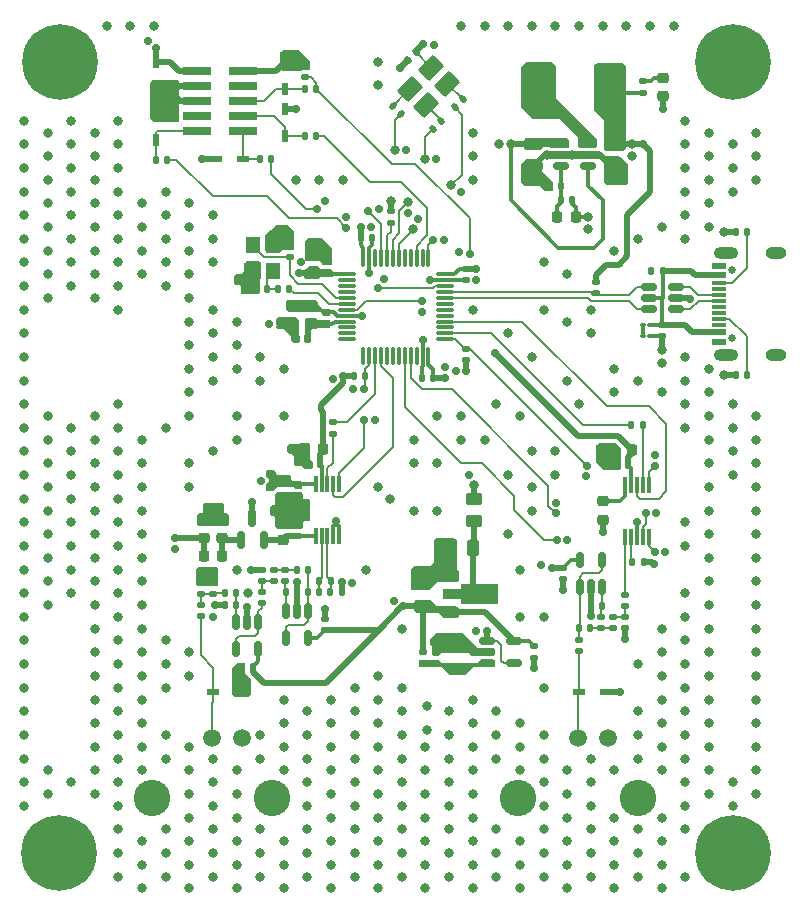
<source format=gbr>
%TF.GenerationSoftware,KiCad,Pcbnew,8.0.7*%
%TF.CreationDate,2025-05-23T18:18:51-03:00*%
%TF.ProjectId,uDAQ,75444151-2e6b-4696-9361-645f70636258,rev?*%
%TF.SameCoordinates,Original*%
%TF.FileFunction,Copper,L1,Top*%
%TF.FilePolarity,Positive*%
%FSLAX46Y46*%
G04 Gerber Fmt 4.6, Leading zero omitted, Abs format (unit mm)*
G04 Created by KiCad (PCBNEW 8.0.7) date 2025-05-23 18:18:51*
%MOMM*%
%LPD*%
G01*
G04 APERTURE LIST*
G04 Aperture macros list*
%AMRoundRect*
0 Rectangle with rounded corners*
0 $1 Rounding radius*
0 $2 $3 $4 $5 $6 $7 $8 $9 X,Y pos of 4 corners*
0 Add a 4 corners polygon primitive as box body*
4,1,4,$2,$3,$4,$5,$6,$7,$8,$9,$2,$3,0*
0 Add four circle primitives for the rounded corners*
1,1,$1+$1,$2,$3*
1,1,$1+$1,$4,$5*
1,1,$1+$1,$6,$7*
1,1,$1+$1,$8,$9*
0 Add four rect primitives between the rounded corners*
20,1,$1+$1,$2,$3,$4,$5,0*
20,1,$1+$1,$4,$5,$6,$7,0*
20,1,$1+$1,$6,$7,$8,$9,0*
20,1,$1+$1,$8,$9,$2,$3,0*%
%AMFreePoly0*
4,1,9,3.862500,-0.866500,0.737500,-0.866500,0.737500,-0.450000,-0.737500,-0.450000,-0.737500,0.450000,0.737500,0.450000,0.737500,0.866500,3.862500,0.866500,3.862500,-0.866500,3.862500,-0.866500,$1*%
G04 Aperture macros list end*
%TA.AperFunction,ComponentPad*%
%ADD10O,1.800000X1.000000*%
%TD*%
%TA.AperFunction,ComponentPad*%
%ADD11O,2.100000X1.000000*%
%TD*%
%TA.AperFunction,SMDPad,CuDef*%
%ADD12R,1.240000X0.600000*%
%TD*%
%TA.AperFunction,SMDPad,CuDef*%
%ADD13R,1.240000X0.300000*%
%TD*%
%TA.AperFunction,ComponentPad*%
%ADD14C,0.650000*%
%TD*%
%TA.AperFunction,ComponentPad*%
%ADD15C,6.400000*%
%TD*%
%TA.AperFunction,SMDPad,CuDef*%
%ADD16R,2.400000X0.740000*%
%TD*%
%TA.AperFunction,SMDPad,CuDef*%
%ADD17R,2.350000X3.500000*%
%TD*%
%TA.AperFunction,ComponentPad*%
%ADD18C,3.090000*%
%TD*%
%TA.AperFunction,ComponentPad*%
%ADD19C,1.509000*%
%TD*%
%TA.AperFunction,SMDPad,CuDef*%
%ADD20RoundRect,0.140000X-0.170000X0.140000X-0.170000X-0.140000X0.170000X-0.140000X0.170000X0.140000X0*%
%TD*%
%TA.AperFunction,SMDPad,CuDef*%
%ADD21RoundRect,0.140000X0.140000X0.170000X-0.140000X0.170000X-0.140000X-0.170000X0.140000X-0.170000X0*%
%TD*%
%TA.AperFunction,SMDPad,CuDef*%
%ADD22RoundRect,0.140000X0.021213X-0.219203X0.219203X-0.021213X-0.021213X0.219203X-0.219203X0.021213X0*%
%TD*%
%TA.AperFunction,SMDPad,CuDef*%
%ADD23RoundRect,0.140000X-0.140000X-0.170000X0.140000X-0.170000X0.140000X0.170000X-0.140000X0.170000X0*%
%TD*%
%TA.AperFunction,SMDPad,CuDef*%
%ADD24RoundRect,0.140000X0.170000X-0.140000X0.170000X0.140000X-0.170000X0.140000X-0.170000X-0.140000X0*%
%TD*%
%TA.AperFunction,SMDPad,CuDef*%
%ADD25RoundRect,0.250000X-0.475000X0.250000X-0.475000X-0.250000X0.475000X-0.250000X0.475000X0.250000X0*%
%TD*%
%TA.AperFunction,SMDPad,CuDef*%
%ADD26R,0.300000X1.400000*%
%TD*%
%TA.AperFunction,SMDPad,CuDef*%
%ADD27R,1.200000X1.400000*%
%TD*%
%TA.AperFunction,SMDPad,CuDef*%
%ADD28RoundRect,0.140000X0.141421X0.933381X-0.933381X-0.141421X-0.141421X-0.933381X0.933381X0.141421X0*%
%TD*%
%TA.AperFunction,SMDPad,CuDef*%
%ADD29RoundRect,0.225000X0.225000X0.250000X-0.225000X0.250000X-0.225000X-0.250000X0.225000X-0.250000X0*%
%TD*%
%TA.AperFunction,SMDPad,CuDef*%
%ADD30R,0.500000X1.100000*%
%TD*%
%TA.AperFunction,SMDPad,CuDef*%
%ADD31RoundRect,0.225000X0.250000X-0.225000X0.250000X0.225000X-0.250000X0.225000X-0.250000X-0.225000X0*%
%TD*%
%TA.AperFunction,SMDPad,CuDef*%
%ADD32RoundRect,0.250000X0.475000X-0.250000X0.475000X0.250000X-0.475000X0.250000X-0.475000X-0.250000X0*%
%TD*%
%TA.AperFunction,SMDPad,CuDef*%
%ADD33RoundRect,0.150000X0.150000X-0.587500X0.150000X0.587500X-0.150000X0.587500X-0.150000X-0.587500X0*%
%TD*%
%TA.AperFunction,SMDPad,CuDef*%
%ADD34RoundRect,0.225000X-0.425000X-0.225000X0.425000X-0.225000X0.425000X0.225000X-0.425000X0.225000X0*%
%TD*%
%TA.AperFunction,SMDPad,CuDef*%
%ADD35FreePoly0,0.000000*%
%TD*%
%TA.AperFunction,SMDPad,CuDef*%
%ADD36RoundRect,0.075000X-0.075000X-0.662500X0.075000X-0.662500X0.075000X0.662500X-0.075000X0.662500X0*%
%TD*%
%TA.AperFunction,SMDPad,CuDef*%
%ADD37RoundRect,0.075000X-0.662500X-0.075000X0.662500X-0.075000X0.662500X0.075000X-0.662500X0.075000X0*%
%TD*%
%TA.AperFunction,SMDPad,CuDef*%
%ADD38RoundRect,0.225000X-0.225000X-0.250000X0.225000X-0.250000X0.225000X0.250000X-0.225000X0.250000X0*%
%TD*%
%TA.AperFunction,SMDPad,CuDef*%
%ADD39RoundRect,0.150000X-0.150000X0.512500X-0.150000X-0.512500X0.150000X-0.512500X0.150000X0.512500X0*%
%TD*%
%TA.AperFunction,SMDPad,CuDef*%
%ADD40RoundRect,0.225000X-0.250000X0.225000X-0.250000X-0.225000X0.250000X-0.225000X0.250000X0.225000X0*%
%TD*%
%TA.AperFunction,SMDPad,CuDef*%
%ADD41RoundRect,0.100000X0.130000X0.100000X-0.130000X0.100000X-0.130000X-0.100000X0.130000X-0.100000X0*%
%TD*%
%TA.AperFunction,SMDPad,CuDef*%
%ADD42RoundRect,0.140000X0.219203X0.021213X0.021213X0.219203X-0.219203X-0.021213X-0.021213X-0.219203X0*%
%TD*%
%TA.AperFunction,SMDPad,CuDef*%
%ADD43RoundRect,0.250000X-0.450000X0.262500X-0.450000X-0.262500X0.450000X-0.262500X0.450000X0.262500X0*%
%TD*%
%TA.AperFunction,SMDPad,CuDef*%
%ADD44RoundRect,0.150000X0.512500X0.150000X-0.512500X0.150000X-0.512500X-0.150000X0.512500X-0.150000X0*%
%TD*%
%TA.AperFunction,SMDPad,CuDef*%
%ADD45RoundRect,0.150000X0.150000X-0.512500X0.150000X0.512500X-0.150000X0.512500X-0.150000X-0.512500X0*%
%TD*%
%TA.AperFunction,SMDPad,CuDef*%
%ADD46RoundRect,0.250000X0.250000X0.475000X-0.250000X0.475000X-0.250000X-0.475000X0.250000X-0.475000X0*%
%TD*%
%TA.AperFunction,SMDPad,CuDef*%
%ADD47RoundRect,0.150000X-0.512500X-0.150000X0.512500X-0.150000X0.512500X0.150000X-0.512500X0.150000X0*%
%TD*%
%TA.AperFunction,SMDPad,CuDef*%
%ADD48R,1.100000X0.500000*%
%TD*%
%TA.AperFunction,SMDPad,CuDef*%
%ADD49RoundRect,0.140000X-0.021213X0.219203X-0.219203X0.021213X0.021213X-0.219203X0.219203X-0.021213X0*%
%TD*%
%TA.AperFunction,ViaPad*%
%ADD50C,0.800000*%
%TD*%
%TA.AperFunction,ViaPad*%
%ADD51C,0.700000*%
%TD*%
%TA.AperFunction,Conductor*%
%ADD52C,0.500000*%
%TD*%
%TA.AperFunction,Conductor*%
%ADD53C,0.200000*%
%TD*%
%TA.AperFunction,Conductor*%
%ADD54C,0.300000*%
%TD*%
G04 APERTURE END LIST*
D10*
%TO.P,J201,S1,SHIELD*%
%TO.N,unconnected-(J201-SHIELD-PadS1)*%
X110650000Y-110180000D03*
D11*
%TO.N,unconnected-(J201-SHIELD-PadS1)_1*%
X106470000Y-110180000D03*
D10*
%TO.N,unconnected-(J201-SHIELD-PadS1)_3*%
X110650000Y-118820000D03*
D11*
%TO.N,unconnected-(J201-SHIELD-PadS1)_2*%
X106470000Y-118820000D03*
D12*
%TO.P,J201,B12,GND*%
%TO.N,GND*%
X105850000Y-117700000D03*
%TO.P,J201,B9,VBUS*%
%TO.N,VBUS*%
X105850000Y-116900000D03*
D13*
%TO.P,J201,B8,SBU2*%
%TO.N,unconnected-(J201-SBU2-PadB8)*%
X105850000Y-116250000D03*
%TO.P,J201,B7,D-*%
%TO.N,/MCU/USB_DIFF_N*%
X105850000Y-115250000D03*
%TO.P,J201,B6,D+*%
%TO.N,/MCU/USB_DIFF_P*%
X105850000Y-113750000D03*
%TO.P,J201,B5,CC2*%
%TO.N,/MCU/USB_CC2*%
X105850000Y-112750000D03*
D12*
%TO.P,J201,B4,VBUS*%
%TO.N,VBUS*%
X105850000Y-112100000D03*
%TO.P,J201,B1,GND*%
%TO.N,GND*%
X105850000Y-111300000D03*
%TO.P,J201,A12,GND*%
X105850000Y-111300000D03*
%TO.P,J201,A9,VBUS*%
%TO.N,VBUS*%
X105850000Y-112100000D03*
D13*
%TO.P,J201,A8,SBU1*%
%TO.N,unconnected-(J201-SBU1-PadA8)*%
X105850000Y-113250000D03*
%TO.P,J201,A7,D-*%
%TO.N,/MCU/USB_DIFF_N*%
X105850000Y-114250000D03*
%TO.P,J201,A6,D+*%
%TO.N,/MCU/USB_DIFF_P*%
X105850000Y-114750000D03*
%TO.P,J201,A5,CC1*%
%TO.N,/MCU/USB_CC1*%
X105850000Y-115750000D03*
D12*
%TO.P,J201,A4,VBUS*%
%TO.N,VBUS*%
X105850000Y-116900000D03*
%TO.P,J201,A1,GND*%
%TO.N,GND*%
X105850000Y-117700000D03*
D14*
%TO.P,J201,*%
%TO.N,*%
X106970000Y-111610000D03*
X106970000Y-117400000D03*
%TD*%
D15*
%TO.P,MH4,1,1*%
%TO.N,GND*%
X50075000Y-94000000D03*
%TD*%
%TO.P,MH3,1,1*%
%TO.N,GND*%
X107075000Y-94000000D03*
%TD*%
%TO.P,MH2,1,1*%
%TO.N,GND*%
X107000000Y-161000000D03*
%TD*%
%TO.P,MH1,1,1*%
%TO.N,GND*%
X50000000Y-161000000D03*
%TD*%
D16*
%TO.P,J202,1,Pin_1*%
%TO.N,+3V3*%
X61685000Y-94780000D03*
%TO.P,J202,2,Pin_2*%
%TO.N,GND*%
X65585000Y-94780000D03*
%TO.P,J202,3,Pin_3*%
X61685000Y-96050000D03*
%TO.P,J202,4,Pin_4*%
%TO.N,unconnected-(J202-Pin_4-Pad4)*%
X65585000Y-96050000D03*
%TO.P,J202,5,Pin_5*%
%TO.N,GND*%
X61685000Y-97320000D03*
%TO.P,J202,6,Pin_6*%
%TO.N,/MCU/CONN_NRST*%
X65585000Y-97320000D03*
%TO.P,J202,7,Pin_7*%
%TO.N,unconnected-(J202-Pin_7-Pad7)*%
X61685000Y-98590000D03*
%TO.P,J202,8,Pin_8*%
%TO.N,/MCU/CONN_SWO*%
X65585000Y-98590000D03*
%TO.P,J202,9,Pin_9*%
%TO.N,/MCU/CONN_SWCLK*%
X61685000Y-99860000D03*
%TO.P,J202,10,Pin_10*%
%TO.N,/MCU/CONN_SWDIO*%
X65585000Y-99860000D03*
%TD*%
D17*
%TO.P,L102,1,1*%
%TO.N,/power/BUCK_SW*%
X90582500Y-96120000D03*
%TO.P,L102,2,2*%
%TO.N,+3V3*%
X96632500Y-96120000D03*
%TD*%
D18*
%TO.P,J401,2,Ext*%
%TO.N,GND*%
X88840000Y-156380000D03*
D19*
X96460000Y-151300000D03*
D18*
X99000000Y-156380000D03*
D19*
%TO.P,J401,1,In*%
%TO.N,/DAC/OUT*%
X93920000Y-151300000D03*
%TD*%
D18*
%TO.P,J301,2,Ext*%
%TO.N,GND*%
X57840000Y-156380000D03*
D19*
X65460000Y-151300000D03*
D18*
X68000000Y-156380000D03*
D19*
%TO.P,J301,1,In*%
%TO.N,/ADC/IN*%
X62920000Y-151300000D03*
%TD*%
D20*
%TO.P,C315,2*%
%TO.N,+3V3A*%
X72450000Y-142117500D03*
%TO.P,C315,1*%
%TO.N,GND*%
X72450000Y-141157500D03*
%TD*%
D21*
%TO.P,R102,2*%
%TO.N,/power/BUCK_FB*%
X92457500Y-105670000D03*
%TO.P,R102,1*%
%TO.N,+3V3*%
X93417500Y-105670000D03*
%TD*%
D22*
%TO.P,R206,2*%
%TO.N,/MCU/LED_R_K*%
X82289411Y-99010589D03*
%TO.P,R206,1*%
%TO.N,/MCU/TIM4_CH1*%
X81610589Y-99689411D03*
%TD*%
D23*
%TO.P,R212,2*%
%TO.N,/MCU/MCU_SWCLK*%
X59110000Y-102300000D03*
%TO.P,R212,1*%
%TO.N,/MCU/CONN_SWCLK*%
X58150000Y-102300000D03*
%TD*%
D24*
%TO.P,C210,2*%
%TO.N,GND*%
X69500000Y-109570000D03*
%TO.P,C210,1*%
%TO.N,/MCU/MCU_HSE_IN*%
X69500000Y-110530000D03*
%TD*%
D25*
%TO.P,C108,1*%
%TO.N,GND*%
X83700000Y-143500000D03*
%TO.P,C108,2*%
%TO.N,/power/VREF*%
X83700000Y-145400000D03*
%TD*%
D20*
%TO.P,R205,1*%
%TO.N,+3V3*%
X95400000Y-112620000D03*
%TO.P,R205,2*%
%TO.N,/MCU/MCU_USB_DIFF_P*%
X95400000Y-113580000D03*
%TD*%
D26*
%TO.P,U301,10,VA*%
%TO.N,+3V3A*%
X71700000Y-129750000D03*
%TO.P,U301,9,VIO*%
%TO.N,+3V3*%
X72200000Y-129750000D03*
%TO.P,U301,8,SCLK*%
%TO.N,/ADC/ADC_SCK*%
X72700000Y-129750000D03*
%TO.P,U301,7,DOUT*%
%TO.N,SPI1_MISO*%
X73200000Y-129750000D03*
%TO.P,U301,6,NCS*%
%TO.N,SPI1_NSS*%
X73700000Y-129750000D03*
%TO.P,U301,5,GND*%
%TO.N,GND*%
X73700000Y-134150000D03*
%TO.P,U301,4,GND*%
X73200000Y-134150000D03*
%TO.P,U301,3,-IN*%
%TO.N,/ADC/ADC_IN-*%
X72700000Y-134150000D03*
%TO.P,U301,2,+IN*%
%TO.N,/ADC/ADC_IN+*%
X72200000Y-134150000D03*
%TO.P,U301,1,VREF*%
%TO.N,/ADC/ADC_VREF*%
X71700000Y-134150000D03*
%TD*%
D27*
%TO.P,Y201,4,4*%
%TO.N,GND*%
X68100000Y-109500000D03*
%TO.P,Y201,3,3*%
%TO.N,/MCU/XTAL_IN*%
X68100000Y-111700000D03*
%TO.P,Y201,2,2*%
%TO.N,GND*%
X66400000Y-111700000D03*
%TO.P,Y201,1,1*%
%TO.N,/MCU/MCU_HSE_IN*%
X66400000Y-109500000D03*
%TD*%
D26*
%TO.P,U401,10,VREFIN/VREFOUT*%
%TO.N,/DAC/DAC_VREF*%
X97892500Y-129800000D03*
%TO.P,U401,9,AVDD*%
%TO.N,+3V3*%
X98392500Y-129800000D03*
%TO.P,U401,8,DIN*%
%TO.N,SPI2_MOSI*%
X98892500Y-129800000D03*
%TO.P,U401,7,SCLK*%
%TO.N,/DAC/DAC_SCLK*%
X99392500Y-129800000D03*
%TO.P,U401,6,NSYNC*%
%TO.N,SPI2_NSS*%
X99892500Y-129800000D03*
%TO.P,U401,5,NCLR*%
%TO.N,DAC_NCLR*%
X99892500Y-134200000D03*
%TO.P,U401,4,NLDAC*%
%TO.N,DAC_NLDAC*%
X99392500Y-134200000D03*
%TO.P,U401,3,GND*%
%TO.N,GND*%
X98892500Y-134200000D03*
%TO.P,U401,2,VOUT_B*%
%TO.N,/DAC/DAC_OUT_B*%
X98392500Y-134200000D03*
%TO.P,U401,1,VOUT_A*%
%TO.N,/DAC/DAC_OUT_A*%
X97892500Y-134200000D03*
%TD*%
D28*
%TO.P,D201,4,4*%
%TO.N,/MCU/LED_B_K*%
X82844155Y-95852513D03*
%TO.P,D201,3,3*%
%TO.N,/MCU/LED_R_K*%
X81005677Y-97690991D03*
%TO.P,D201,2,2*%
%TO.N,+3V3*%
X81500652Y-94509010D03*
%TO.P,D201,1,1*%
%TO.N,/MCU/LED_G_K*%
X79662174Y-96347488D03*
%TD*%
D29*
%TO.P,R302,1*%
%TO.N,/ADC/ADC_VREF_IN*%
X63787500Y-135850000D03*
%TO.P,R302,2*%
%TO.N,+5V*%
X62237500Y-135850000D03*
%TD*%
D23*
%TO.P,C212,2*%
%TO.N,VBUS*%
X101080000Y-111700000D03*
%TO.P,C212,1*%
%TO.N,GND*%
X100120000Y-111700000D03*
%TD*%
D30*
%TO.P,D206,1,K1*%
%TO.N,/MCU/CONN_NRST*%
X69135000Y-96290000D03*
%TO.P,D206,2,K2*%
%TO.N,GND*%
X69135000Y-93990000D03*
%TD*%
D23*
%TO.P,R202,2*%
%TO.N,/MCU/MCU_HSE_OUT*%
X69480000Y-113250000D03*
%TO.P,R202,1*%
%TO.N,/MCU/XTAL_IN*%
X68520000Y-113250000D03*
%TD*%
D25*
%TO.P,C105,2*%
%TO.N,GND*%
X90157500Y-102870000D03*
%TO.P,C105,1*%
%TO.N,+5V*%
X90157500Y-100970000D03*
%TD*%
D31*
%TO.P,C207,2*%
%TO.N,GND*%
X71312500Y-114625000D03*
%TO.P,C207,1*%
%TO.N,VDDA*%
X71312500Y-116175000D03*
%TD*%
D24*
%TO.P,R303,2*%
%TO.N,/ADC/IN_RF*%
X62000000Y-139970000D03*
%TO.P,R303,1*%
%TO.N,/ADC/IN*%
X62000000Y-140930000D03*
%TD*%
D23*
%TO.P,C311,2*%
%TO.N,+3V3A*%
X66367500Y-145237500D03*
%TO.P,C311,1*%
%TO.N,GND*%
X65407500Y-145237500D03*
%TD*%
D32*
%TO.P,C104,2*%
%TO.N,GND*%
X80800000Y-138200000D03*
%TO.P,C104,1*%
%TO.N,+3V3A*%
X80800000Y-140100000D03*
%TD*%
D33*
%TO.P,U302,3,GND*%
%TO.N,GND*%
X66337500Y-132612500D03*
%TO.P,U302,2,OUT*%
%TO.N,/ADC/ADC_VREF*%
X67287500Y-134487500D03*
%TO.P,U302,1,IN*%
%TO.N,/ADC/ADC_VREF_IN*%
X65387500Y-134487500D03*
%TD*%
D20*
%TO.P,R201,2*%
%TO.N,/MCU/MCU_BOOT0*%
X78050000Y-107630000D03*
%TO.P,R201,1*%
%TO.N,GND*%
X78050000Y-106670000D03*
%TD*%
D34*
%TO.P,U101,3,VOUT*%
%TO.N,+3V3A*%
X83150000Y-140587500D03*
D35*
%TO.P,U101,2,VIN*%
%TO.N,/power/+5V_FILT*%
X83237500Y-139087500D03*
D34*
%TO.P,U101,1,GND*%
%TO.N,GND*%
X83150000Y-137587500D03*
%TD*%
D36*
%TO.P,U201,48,VDD*%
%TO.N,+3V3*%
X75750000Y-110587500D03*
%TO.P,U201,47,VSS*%
%TO.N,GND*%
X76250000Y-110587500D03*
%TO.P,U201,46,PB9*%
%TO.N,unconnected-(U201-PB9-Pad46)*%
X76750000Y-110587500D03*
%TO.P,U201,45,PB8*%
%TO.N,/MCU/TIM4_CH2*%
X77250000Y-110587500D03*
%TO.P,U201,44,BOOT0*%
%TO.N,/MCU/MCU_BOOT0*%
X77750000Y-110587500D03*
%TO.P,U201,43,PB7*%
%TO.N,/MCU/TIM4_CH1*%
X78250000Y-110587500D03*
%TO.P,U201,42,PB6*%
%TO.N,/MCU/TIM4_CH3*%
X78750000Y-110587500D03*
%TO.P,U201,41,PB5*%
%TO.N,unconnected-(U201-PB5-Pad41)*%
X79250000Y-110587500D03*
%TO.P,U201,40,PB4*%
%TO.N,unconnected-(U201-PB4-Pad40)*%
X79750000Y-110587500D03*
%TO.P,U201,39,PB3*%
%TO.N,/MCU/MCU_SWO*%
X80250000Y-110587500D03*
%TO.P,U201,38,PA15*%
%TO.N,unconnected-(U201-PA15-Pad38)*%
X80750000Y-110587500D03*
%TO.P,U201,37,PA14*%
%TO.N,/MCU/MCU_SWCLK*%
X81250000Y-110587500D03*
D37*
%TO.P,U201,36,VDD*%
%TO.N,+3V3*%
X82662500Y-112000000D03*
%TO.P,U201,35,VSS*%
%TO.N,GND*%
X82662500Y-112500000D03*
%TO.P,U201,34,PA13*%
%TO.N,/MCU/MCU_SWDIO*%
X82662500Y-113000000D03*
%TO.P,U201,33,PA12*%
%TO.N,/MCU/MCU_USB_DIFF_P*%
X82662500Y-113500000D03*
%TO.P,U201,32,PA11*%
%TO.N,/MCU/MCU_USB_DIFF_N*%
X82662500Y-114000000D03*
%TO.P,U201,31,PA10*%
%TO.N,unconnected-(U201-PA10-Pad31)*%
X82662500Y-114500000D03*
%TO.P,U201,30,PA9*%
%TO.N,unconnected-(U201-PA9-Pad30)*%
X82662500Y-115000000D03*
%TO.P,U201,29,PA8*%
%TO.N,unconnected-(U201-PA8-Pad29)*%
X82662500Y-115500000D03*
%TO.P,U201,28,PB15*%
%TO.N,SPI2_MOSI*%
X82662500Y-116000000D03*
%TO.P,U201,27,PB14*%
%TO.N,unconnected-(U201-PB14-Pad27)*%
X82662500Y-116500000D03*
%TO.P,U201,26,PB13*%
%TO.N,SPI2_SCK*%
X82662500Y-117000000D03*
%TO.P,U201,25,PB12*%
%TO.N,SPI2_NSS*%
X82662500Y-117500000D03*
D36*
%TO.P,U201,24,VDD*%
%TO.N,+3V3*%
X81250000Y-118912500D03*
%TO.P,U201,23,VSS*%
%TO.N,GND*%
X80750000Y-118912500D03*
%TO.P,U201,22,PB11*%
%TO.N,unconnected-(U201-PB11-Pad22)*%
X80250000Y-118912500D03*
%TO.P,U201,21,PB10*%
%TO.N,DAC_NLDAC*%
X79750000Y-118912500D03*
%TO.P,U201,20,PB2*%
%TO.N,DAC_NCLR*%
X79250000Y-118912500D03*
%TO.P,U201,19,PB1*%
%TO.N,unconnected-(U201-PB1-Pad19)*%
X78750000Y-118912500D03*
%TO.P,U201,18,PB0*%
%TO.N,unconnected-(U201-PB0-Pad18)*%
X78250000Y-118912500D03*
%TO.P,U201,17,PA7*%
%TO.N,unconnected-(U201-PA7-Pad17)*%
X77750000Y-118912500D03*
%TO.P,U201,16,PA6*%
%TO.N,SPI1_MISO*%
X77250000Y-118912500D03*
%TO.P,U201,15,PA5*%
%TO.N,SPI1_SCK*%
X76750000Y-118912500D03*
%TO.P,U201,14,PA4*%
%TO.N,SPI1_NSS*%
X76250000Y-118912500D03*
%TO.P,U201,13,PA3*%
%TO.N,unconnected-(U201-PA3-Pad13)*%
X75750000Y-118912500D03*
D37*
%TO.P,U201,12,PA2*%
%TO.N,unconnected-(U201-PA2-Pad12)*%
X74337500Y-117500000D03*
%TO.P,U201,11,PA1*%
%TO.N,unconnected-(U201-PA1-Pad11)*%
X74337500Y-117000000D03*
%TO.P,U201,10,PA0*%
%TO.N,unconnected-(U201-PA0-Pad10)*%
X74337500Y-116500000D03*
%TO.P,U201,9,VDDA*%
%TO.N,VDDA*%
X74337500Y-116000000D03*
%TO.P,U201,8,VSSA*%
%TO.N,GND*%
X74337500Y-115500000D03*
%TO.P,U201,7,NRST*%
%TO.N,/MCU/MCU_NRST*%
X74337500Y-115000000D03*
%TO.P,U201,6,PD1*%
%TO.N,/MCU/MCU_HSE_OUT*%
X74337500Y-114500000D03*
%TO.P,U201,5,PD0*%
%TO.N,/MCU/MCU_HSE_IN*%
X74337500Y-114000000D03*
%TO.P,U201,4,PC15*%
%TO.N,unconnected-(U201-PC15-Pad4)*%
X74337500Y-113500000D03*
%TO.P,U201,3,PC14*%
%TO.N,unconnected-(U201-PC14-Pad3)*%
X74337500Y-113000000D03*
%TO.P,U201,2,PC13*%
%TO.N,unconnected-(U201-PC13-Pad2)*%
X74337500Y-112500000D03*
%TO.P,U201,1,VBAT*%
%TO.N,+3V3*%
X74337500Y-112000000D03*
%TD*%
D20*
%TO.P,L101,2,2*%
%TO.N,+5V*%
X101050000Y-117240000D03*
%TO.P,L101,1,1*%
%TO.N,VBUS*%
X101050000Y-116280000D03*
%TD*%
D21*
%TO.P,R210,2*%
%TO.N,GND*%
X107270000Y-120550000D03*
%TO.P,R210,1*%
%TO.N,/MCU/USB_CC1*%
X108230000Y-120550000D03*
%TD*%
D20*
%TO.P,R405,1*%
%TO.N,/DAC/OUT_AA_BUFF_IN*%
X95892500Y-141020000D03*
%TO.P,R405,2*%
%TO.N,/DAC/OUT_AA_BUFF_IN_2*%
X95892500Y-141980000D03*
%TD*%
D38*
%TO.P,C304,1*%
%TO.N,GND*%
X70775000Y-126800000D03*
%TO.P,C304,2*%
%TO.N,+3V3*%
X72325000Y-126800000D03*
%TD*%
D21*
%TO.P,R103,2*%
%TO.N,GND*%
X91520000Y-104500000D03*
%TO.P,R103,1*%
%TO.N,/power/BUCK_FB*%
X92480000Y-104500000D03*
%TD*%
D24*
%TO.P,R301,2*%
%TO.N,SPI1_SCK*%
X73150000Y-124520000D03*
%TO.P,R301,1*%
%TO.N,/ADC/ADC_SCK*%
X73150000Y-125480000D03*
%TD*%
D20*
%TO.P,C109,1*%
%TO.N,+3V3A*%
X90200000Y-143507500D03*
%TO.P,C109,2*%
%TO.N,GND*%
X90200000Y-144467500D03*
%TD*%
%TO.P,R307,2*%
%TO.N,/ADC/IN_BUFF_OUT_2*%
X68137500Y-137967500D03*
%TO.P,R307,1*%
%TO.N,/ADC/IN_AA_BUFF_IN_2*%
X68137500Y-137007500D03*
%TD*%
D39*
%TO.P,U303,1*%
%TO.N,/ADC/IN_BUFF_OUT*%
X66850000Y-141450000D03*
%TO.P,U303,2,V-*%
%TO.N,GND*%
X65900000Y-141450000D03*
%TO.P,U303,3,+*%
%TO.N,/ADC/IN_BUFF*%
X64950000Y-141450000D03*
%TO.P,U303,4,-*%
%TO.N,/ADC/IN_BUFF_OUT*%
X64950000Y-143725000D03*
%TO.P,U303,5,V+*%
%TO.N,+3V3A*%
X66850000Y-143725000D03*
%TD*%
D40*
%TO.P,C307,2*%
%TO.N,/ADC/ADC_VREF*%
X68900000Y-134475000D03*
%TO.P,C307,1*%
%TO.N,GND*%
X68900000Y-132925000D03*
%TD*%
D24*
%TO.P,C309,2*%
%TO.N,GND*%
X63000000Y-138070000D03*
%TO.P,C309,1*%
%TO.N,/ADC/IN_RF*%
X63000000Y-139030000D03*
%TD*%
%TO.P,C407,2*%
%TO.N,+3V3A*%
X92655000Y-136870000D03*
%TO.P,C407,1*%
%TO.N,GND*%
X92655000Y-137830000D03*
%TD*%
D29*
%TO.P,C107,1*%
%TO.N,+3V3*%
X93707500Y-107170000D03*
%TO.P,C107,2*%
%TO.N,/power/BUCK_FB*%
X92157500Y-107170000D03*
%TD*%
D24*
%TO.P,C206,2*%
%TO.N,GND*%
X72662500Y-115220000D03*
%TO.P,C206,1*%
%TO.N,VDDA*%
X72662500Y-116180000D03*
%TD*%
D21*
%TO.P,C313,2*%
%TO.N,/ADC/IN_AA_BUFF_IN*%
X69157500Y-138937500D03*
%TO.P,C313,1*%
%TO.N,GND*%
X70117500Y-138937500D03*
%TD*%
D20*
%TO.P,D101,2,A*%
%TO.N,+3V3*%
X99457500Y-96620000D03*
%TO.P,D101,1,K*%
%TO.N,/power/LED_PWR_K*%
X99457500Y-95660000D03*
%TD*%
D41*
%TO.P,C101,2*%
%TO.N,GND*%
X99380000Y-116260000D03*
%TO.P,C101,1*%
%TO.N,VBUS*%
X100020000Y-116260000D03*
%TD*%
D23*
%TO.P,C405,2*%
%TO.N,/DAC/OUT_AA_BUFF_IN*%
X95960000Y-140050000D03*
%TO.P,C405,1*%
%TO.N,GND*%
X95000000Y-140050000D03*
%TD*%
D20*
%TO.P,R105,1*%
%TO.N,+3V3A*%
X80800000Y-143970000D03*
%TO.P,R105,2*%
%TO.N,/power/VREF*%
X80800000Y-144930000D03*
%TD*%
D39*
%TO.P,U304,1*%
%TO.N,/ADC/IN_AA_BUFF_OUT*%
X71050000Y-140500000D03*
%TO.P,U304,2,V-*%
%TO.N,GND*%
X70100000Y-140500000D03*
%TO.P,U304,3,+*%
%TO.N,/ADC/IN_AA_BUFF_IN*%
X69150000Y-140500000D03*
%TO.P,U304,4,-*%
%TO.N,/ADC/IN_AA_BUFF_OUT*%
X69150000Y-142775000D03*
%TO.P,U304,5,V+*%
%TO.N,+3V3A*%
X71050000Y-142775000D03*
%TD*%
D21*
%TO.P,R209,2*%
%TO.N,GND*%
X107270000Y-108450000D03*
%TO.P,R209,1*%
%TO.N,/MCU/USB_CC2*%
X108230000Y-108450000D03*
%TD*%
D20*
%TO.P,R306,1*%
%TO.N,/ADC/IN_BUFF_OUT_2*%
X67137500Y-138907500D03*
%TO.P,R306,2*%
%TO.N,/ADC/IN_BUFF_OUT*%
X67137500Y-139867500D03*
%TD*%
D23*
%TO.P,R402,1*%
%TO.N,/DAC/DAC_OUT_B*%
X98512500Y-136350000D03*
%TO.P,R402,2*%
%TO.N,GND*%
X99472500Y-136350000D03*
%TD*%
D42*
%TO.P,R207,1*%
%TO.N,/MCU/TIM4_CH2*%
X78889411Y-98439411D03*
%TO.P,R207,2*%
%TO.N,/MCU/LED_G_K*%
X78210589Y-97760589D03*
%TD*%
D21*
%TO.P,C209,2*%
%TO.N,GND*%
X66620000Y-113250000D03*
%TO.P,C209,1*%
%TO.N,/MCU/XTAL_IN*%
X67580000Y-113250000D03*
%TD*%
D40*
%TO.P,C403,2*%
%TO.N,GND*%
X95992500Y-132775000D03*
%TO.P,C403,1*%
%TO.N,/DAC/DAC_VREF*%
X95992500Y-131225000D03*
%TD*%
D20*
%TO.P,C312,2*%
%TO.N,/ADC/IN_BUFF_OUT_2*%
X67137500Y-137967500D03*
%TO.P,C312,1*%
%TO.N,GND*%
X67137500Y-137007500D03*
%TD*%
%TO.P,C203,2*%
%TO.N,GND*%
X84400000Y-112480000D03*
%TO.P,C203,1*%
%TO.N,+3V3*%
X84400000Y-111520000D03*
%TD*%
D24*
%TO.P,R404,1*%
%TO.N,/DAC/OUT_AA_BUFF_IN_2*%
X96892500Y-141980000D03*
%TO.P,R404,2*%
%TO.N,/DAC/DAC_OUT_A_2*%
X96892500Y-141020000D03*
%TD*%
D43*
%TO.P,R101,2*%
%TO.N,/power/+5V_FILT*%
X85100000Y-132862500D03*
%TO.P,R101,1*%
%TO.N,+5V*%
X85100000Y-131037500D03*
%TD*%
D21*
%TO.P,C402,1*%
%TO.N,+3V3*%
X98172500Y-128150000D03*
%TO.P,C402,2*%
%TO.N,GND*%
X97212500Y-128150000D03*
%TD*%
D44*
%TO.P,U102,5,FB*%
%TO.N,/power/BUCK_FB*%
X92470000Y-102870000D03*
%TO.P,U102,4,VIN*%
%TO.N,+5V*%
X92470000Y-100970000D03*
%TO.P,U102,3,SW*%
%TO.N,/power/BUCK_SW*%
X94745000Y-100970000D03*
%TO.P,U102,2,GND*%
%TO.N,GND*%
X94745000Y-101920000D03*
%TO.P,U102,1,EN*%
%TO.N,+5V*%
X94745000Y-102870000D03*
%TD*%
D32*
%TO.P,C106,2*%
%TO.N,+3V3*%
X97057500Y-100970000D03*
%TO.P,C106,1*%
%TO.N,GND*%
X97057500Y-102870000D03*
%TD*%
D23*
%TO.P,R310,1*%
%TO.N,/ADC/ADC_IN-*%
X72957500Y-138937500D03*
%TO.P,R310,2*%
%TO.N,VCOM*%
X73917500Y-138937500D03*
%TD*%
D20*
%TO.P,C308,2*%
%TO.N,/ADC/ADC_VREF*%
X70200000Y-134180000D03*
%TO.P,C308,1*%
%TO.N,GND*%
X70200000Y-133220000D03*
%TD*%
D24*
%TO.P,R403,1*%
%TO.N,/DAC/DAC_OUT_A_2*%
X97892500Y-140080000D03*
%TO.P,R403,2*%
%TO.N,/DAC/DAC_OUT_A*%
X97892500Y-139120000D03*
%TD*%
D30*
%TO.P,D205,2,K2*%
%TO.N,GND*%
X69135000Y-97980000D03*
%TO.P,D205,1,K1*%
%TO.N,/MCU/CONN_SWO*%
X69135000Y-100280000D03*
%TD*%
D40*
%TO.P,R104,1*%
%TO.N,/power/LED_PWR_K*%
X101107500Y-95370000D03*
%TO.P,R104,2*%
%TO.N,GND*%
X101107500Y-96920000D03*
%TD*%
D21*
%TO.P,C314,2*%
%TO.N,/ADC/IN_AA_BUFF_IN_2*%
X70120000Y-137050000D03*
%TO.P,C314,1*%
%TO.N,/ADC/IN_AA_BUFF_OUT*%
X71080000Y-137050000D03*
%TD*%
%TO.P,R309,1*%
%TO.N,/ADC/ADC_IN+*%
X72017500Y-138937500D03*
%TO.P,R309,2*%
%TO.N,/ADC/IN_AA_BUFF_OUT*%
X71057500Y-138937500D03*
%TD*%
D23*
%TO.P,R204,2*%
%TO.N,SPI1_NSS*%
X75880000Y-120650000D03*
%TO.P,R204,1*%
%TO.N,+3V3*%
X74920000Y-120650000D03*
%TD*%
D24*
%TO.P,R203,2*%
%TO.N,SPI2_NSS*%
X84450000Y-118320000D03*
%TO.P,R203,1*%
%TO.N,+3V3*%
X84450000Y-119280000D03*
%TD*%
D20*
%TO.P,C301,2*%
%TO.N,GND*%
X70200000Y-130780000D03*
%TO.P,C301,1*%
%TO.N,+3V3A*%
X70200000Y-129820000D03*
%TD*%
D45*
%TO.P,U402,1*%
%TO.N,/DAC/OUT_AA_BUFF_OUT*%
X94042500Y-138487500D03*
%TO.P,U402,2,V-*%
%TO.N,GND*%
X94992500Y-138487500D03*
%TO.P,U402,3,+*%
%TO.N,/DAC/OUT_AA_BUFF_IN*%
X95942500Y-138487500D03*
%TO.P,U402,4,-*%
%TO.N,/DAC/OUT_AA_BUFF_OUT*%
X95942500Y-136212500D03*
%TO.P,U402,5,V+*%
%TO.N,+3V3A*%
X94042500Y-136212500D03*
%TD*%
D21*
%TO.P,L201,2,2*%
%TO.N,+3V3*%
X70032500Y-117450000D03*
%TO.P,L201,1,1*%
%TO.N,VDDA*%
X70992500Y-117450000D03*
%TD*%
D23*
%TO.P,R211,2*%
%TO.N,/MCU/MCU_SWDIO*%
X67925000Y-102240000D03*
%TO.P,R211,1*%
%TO.N,/MCU/CONN_SWDIO*%
X66965000Y-102240000D03*
%TD*%
D24*
%TO.P,C404,2*%
%TO.N,/DAC/DAC_OUT_A_2*%
X97892500Y-141020000D03*
%TO.P,C404,1*%
%TO.N,GND*%
X97892500Y-141980000D03*
%TD*%
%TO.P,R106,1*%
%TO.N,/power/VREF*%
X81900000Y-144930000D03*
%TO.P,R106,2*%
%TO.N,GND*%
X81900000Y-143970000D03*
%TD*%
D40*
%TO.P,C306,1*%
%TO.N,GND*%
X63800000Y-132775000D03*
%TO.P,C306,2*%
%TO.N,/ADC/ADC_VREF_IN*%
X63800000Y-134325000D03*
%TD*%
%TO.P,C305,1*%
%TO.N,GND*%
X62212500Y-132775000D03*
%TO.P,C305,2*%
%TO.N,+5V*%
X62212500Y-134325000D03*
%TD*%
D30*
%TO.P,D204,2,K2*%
%TO.N,GND*%
X58145000Y-98340000D03*
%TO.P,D204,1,K1*%
%TO.N,/MCU/CONN_SWCLK*%
X58145000Y-100640000D03*
%TD*%
D46*
%TO.P,C103,2*%
%TO.N,GND*%
X83150000Y-135150000D03*
%TO.P,C103,1*%
%TO.N,/power/+5V_FILT*%
X85050000Y-135150000D03*
%TD*%
D24*
%TO.P,C201,2*%
%TO.N,GND*%
X72712500Y-110970000D03*
%TO.P,C201,1*%
%TO.N,+3V3*%
X72712500Y-111930000D03*
%TD*%
%TO.P,C213,2*%
%TO.N,GND*%
X70835000Y-94360000D03*
%TO.P,C213,1*%
%TO.N,/MCU/MCU_NRST*%
X70835000Y-95320000D03*
%TD*%
D29*
%TO.P,C401,2*%
%TO.N,GND*%
X96917500Y-126850000D03*
%TO.P,C401,1*%
%TO.N,+3V3*%
X98467500Y-126850000D03*
%TD*%
D22*
%TO.P,R208,1*%
%TO.N,/MCU/TIM4_CH3*%
X83460589Y-97839411D03*
%TO.P,R208,2*%
%TO.N,/MCU/LED_B_K*%
X84139411Y-97160589D03*
%TD*%
D23*
%TO.P,R213,2*%
%TO.N,/MCU/MCU_SWO*%
X71765000Y-100280000D03*
%TO.P,R213,1*%
%TO.N,/MCU/CONN_SWO*%
X70805000Y-100280000D03*
%TD*%
D21*
%TO.P,C202,2*%
%TO.N,GND*%
X80682500Y-120750000D03*
%TO.P,C202,1*%
%TO.N,+3V3*%
X81642500Y-120750000D03*
%TD*%
D23*
%TO.P,R214,2*%
%TO.N,/MCU/MCU_NRST*%
X71765000Y-96290000D03*
%TO.P,R214,1*%
%TO.N,/MCU/CONN_NRST*%
X70805000Y-96290000D03*
%TD*%
D47*
%TO.P,U103,1*%
%TO.N,VCOM*%
X86212500Y-143037500D03*
%TO.P,U103,2,V-*%
%TO.N,GND*%
X86212500Y-143987500D03*
%TO.P,U103,3,+*%
%TO.N,/power/VREF*%
X86212500Y-144937500D03*
%TO.P,U103,4,-*%
%TO.N,VCOM*%
X88487500Y-144937500D03*
%TO.P,U103,5,V+*%
%TO.N,+3V3A*%
X88487500Y-143037500D03*
%TD*%
D41*
%TO.P,C102,2*%
%TO.N,GND*%
X99380000Y-117260000D03*
%TO.P,C102,1*%
%TO.N,+5V*%
X100020000Y-117260000D03*
%TD*%
D31*
%TO.P,C208,2*%
%TO.N,GND*%
X69712500Y-114625000D03*
%TO.P,C208,1*%
%TO.N,+3V3*%
X69712500Y-116175000D03*
%TD*%
D30*
%TO.P,D202,2,K2*%
%TO.N,GND*%
X58145000Y-96310000D03*
%TO.P,D202,1,K1*%
%TO.N,+3V3*%
X58145000Y-94010000D03*
%TD*%
D48*
%TO.P,D203,2,K2*%
%TO.N,GND*%
X63285000Y-102250000D03*
%TO.P,D203,1,K1*%
%TO.N,/MCU/CONN_SWDIO*%
X65585000Y-102250000D03*
%TD*%
D21*
%TO.P,C316,1*%
%TO.N,/ADC/ADC_IN-*%
X72967500Y-137937500D03*
%TO.P,C316,2*%
%TO.N,/ADC/ADC_IN+*%
X72007500Y-137937500D03*
%TD*%
D23*
%TO.P,C406,1*%
%TO.N,/DAC/OUT_AA_BUFF_OUT*%
X93970000Y-141950000D03*
%TO.P,C406,2*%
%TO.N,/DAC/OUT_AA_BUFF_IN_2*%
X94930000Y-141950000D03*
%TD*%
D24*
%TO.P,R406,1*%
%TO.N,/DAC/OUT*%
X94000000Y-143880000D03*
%TO.P,R406,2*%
%TO.N,/DAC/OUT_AA_BUFF_OUT*%
X94000000Y-142920000D03*
%TD*%
D23*
%TO.P,C303,2*%
%TO.N,+3V3*%
X72080000Y-128100000D03*
%TO.P,C303,1*%
%TO.N,GND*%
X71120000Y-128100000D03*
%TD*%
%TO.P,C204,1*%
%TO.N,+3V3*%
X75520000Y-108900000D03*
%TO.P,C204,2*%
%TO.N,GND*%
X76480000Y-108900000D03*
%TD*%
D44*
%TO.P,U202,6,I/O1*%
%TO.N,/MCU/MCU_USB_DIFF_N*%
X99912500Y-114950000D03*
%TO.P,U202,5,VBUS*%
%TO.N,VBUS*%
X99912500Y-114000000D03*
%TO.P,U202,4,I/O2*%
%TO.N,/MCU/MCU_USB_DIFF_P*%
X99912500Y-113050000D03*
%TO.P,U202,3,I/O2*%
%TO.N,/MCU/USB_DIFF_P*%
X102187500Y-113050000D03*
%TO.P,U202,2,GND*%
%TO.N,GND*%
X102187500Y-114000000D03*
%TO.P,U202,1,I/O1*%
%TO.N,/MCU/USB_DIFF_N*%
X102187500Y-114950000D03*
%TD*%
D24*
%TO.P,R308,2*%
%TO.N,/ADC/IN_AA_BUFF_IN_2*%
X69137500Y-137007500D03*
%TO.P,R308,1*%
%TO.N,/ADC/IN_AA_BUFF_IN*%
X69137500Y-137967500D03*
%TD*%
D23*
%TO.P,C310,2*%
%TO.N,/ADC/IN_BUFF*%
X64980000Y-139000000D03*
%TO.P,C310,1*%
%TO.N,/ADC/IN_RF*%
X64020000Y-139000000D03*
%TD*%
D40*
%TO.P,C302,1*%
%TO.N,+3V3A*%
X68900000Y-129525000D03*
%TO.P,C302,2*%
%TO.N,GND*%
X68900000Y-131075000D03*
%TD*%
D48*
%TO.P,D401,2,K2*%
%TO.N,GND*%
X96292500Y-147350000D03*
%TO.P,D401,1,K1*%
%TO.N,/DAC/OUT*%
X93992500Y-147350000D03*
%TD*%
D23*
%TO.P,R401,2*%
%TO.N,/DAC/DAC_SCLK*%
X99400000Y-124750000D03*
%TO.P,R401,1*%
%TO.N,SPI2_SCK*%
X98440000Y-124750000D03*
%TD*%
D31*
%TO.P,C205,2*%
%TO.N,GND*%
X71400000Y-110325000D03*
%TO.P,C205,1*%
%TO.N,+3V3*%
X71400000Y-111875000D03*
%TD*%
D21*
%TO.P,R305,2*%
%TO.N,VCOM*%
X64020000Y-140000000D03*
%TO.P,R305,1*%
%TO.N,/ADC/IN_BUFF*%
X64980000Y-140000000D03*
%TD*%
D49*
%TO.P,C211,2*%
%TO.N,GND*%
X79510589Y-93839411D03*
%TO.P,C211,1*%
%TO.N,+3V3*%
X80189411Y-93160589D03*
%TD*%
D48*
%TO.P,D301,2,K2*%
%TO.N,GND*%
X65350000Y-147350000D03*
%TO.P,D301,1,K1*%
%TO.N,/ADC/IN*%
X63050000Y-147350000D03*
%TD*%
D20*
%TO.P,R304,2*%
%TO.N,/ADC/IN_RF*%
X62000000Y-139030000D03*
%TO.P,R304,1*%
%TO.N,GND*%
X62000000Y-138070000D03*
%TD*%
D50*
%TO.N,GND*%
X85000000Y-115000000D03*
X88000000Y-117000000D03*
X90000000Y-119000000D03*
X93000000Y-121000000D03*
X94000000Y-123000000D03*
X89000000Y-137000000D03*
X91000000Y-141000000D03*
X89000000Y-141000000D03*
X79000000Y-142000000D03*
X66000000Y-139000000D03*
X65000000Y-137000000D03*
X77000000Y-130000000D03*
X76000000Y-137000000D03*
X69000000Y-120000000D03*
X67000000Y-119000000D03*
X67000000Y-121000000D03*
X85000000Y-104000000D03*
X85000000Y-102000000D03*
X85000000Y-100000000D03*
X77000000Y-94000000D03*
X77000000Y-96000000D03*
X74000000Y-104000000D03*
X72000000Y-104000000D03*
X70000000Y-104000000D03*
X63000000Y-107000000D03*
X63000000Y-109000000D03*
X63000000Y-111000000D03*
X65000000Y-116000000D03*
X63000000Y-115000000D03*
X65000000Y-118000000D03*
X63000000Y-117000000D03*
X63000000Y-119000000D03*
X63000000Y-121000000D03*
X65000000Y-120000000D03*
X65000000Y-124000000D03*
X69000000Y-124000000D03*
X67000000Y-125000000D03*
X65000000Y-126000000D03*
X63000000Y-127000000D03*
X61000000Y-130000000D03*
X61000000Y-128000000D03*
X87000000Y-123000000D03*
X89000000Y-124000000D03*
X90000000Y-127000000D03*
X92000000Y-127000000D03*
X91968304Y-128991726D03*
X88000000Y-134000000D03*
X90000000Y-132000000D03*
X90000000Y-130000000D03*
X88000000Y-129000000D03*
X86000000Y-126000000D03*
X84000000Y-124000000D03*
X82000000Y-124000000D03*
X84000000Y-126000000D03*
X82000000Y-128000000D03*
X78000000Y-131000000D03*
X82000000Y-132000000D03*
X80000000Y-132000000D03*
X80000000Y-128000000D03*
X80000000Y-126000000D03*
X91000000Y-147000000D03*
X105000000Y-108000000D03*
X103000000Y-109000000D03*
X103000000Y-99000000D03*
X109000000Y-100000000D03*
X105000000Y-100000000D03*
X103000000Y-101000000D03*
X107000000Y-101000000D03*
X109000000Y-102000000D03*
X105000000Y-102000000D03*
X103000000Y-103000000D03*
X103000000Y-105000000D03*
X105000000Y-104000000D03*
X107000000Y-103000000D03*
X109000000Y-104000000D03*
X107000000Y-105000000D03*
X105000000Y-106000000D03*
X103000000Y-107000000D03*
X101000000Y-108000000D03*
X99000000Y-109000000D03*
X97000000Y-110000000D03*
X91000000Y-111000000D03*
X93000000Y-112000000D03*
X95000000Y-117000000D03*
X95000000Y-115000000D03*
X91000000Y-115000000D03*
X93000000Y-116000000D03*
X105000000Y-120000000D03*
X103000000Y-119000000D03*
X107000000Y-123000000D03*
X105000000Y-122000000D03*
X97000000Y-120000000D03*
X97000000Y-122000000D03*
X99000000Y-121000000D03*
X101000000Y-122000000D03*
X103000000Y-121000000D03*
X103000000Y-123000000D03*
X105000000Y-124000000D03*
X103000000Y-125000000D03*
X105000000Y-126000000D03*
X107000000Y-125000000D03*
X99000000Y-145000000D03*
X99000000Y-149000000D03*
X99000000Y-151000000D03*
X99000000Y-153000000D03*
X85000000Y-148000000D03*
X83000000Y-149000000D03*
X87000000Y-149000000D03*
X91000000Y-151000000D03*
X89000000Y-150000000D03*
X87000000Y-151000000D03*
X89000000Y-152000000D03*
X87000000Y-153000000D03*
X89000000Y-154000000D03*
X91000000Y-153000000D03*
X95000000Y-153000000D03*
X97000000Y-154000000D03*
X95000000Y-155000000D03*
X93000000Y-154000000D03*
X91000000Y-155000000D03*
X93000000Y-156000000D03*
X101000000Y-148000000D03*
X101000000Y-144000000D03*
X101000000Y-142000000D03*
X101000000Y-146000000D03*
X101000000Y-152000000D03*
X101000000Y-150000000D03*
X101000000Y-154000000D03*
X105000000Y-134000000D03*
X105000000Y-130000000D03*
X105000000Y-128000000D03*
X105000000Y-132000000D03*
X103000000Y-139000000D03*
X103000000Y-135000000D03*
X103000000Y-133000000D03*
X105000000Y-142000000D03*
X105000000Y-138000000D03*
X105000000Y-136000000D03*
X105000000Y-140000000D03*
X103000000Y-147000000D03*
X103000000Y-143000000D03*
X103000000Y-141000000D03*
X103000000Y-145000000D03*
X105000000Y-150000000D03*
X105000000Y-146000000D03*
X105000000Y-144000000D03*
X105000000Y-148000000D03*
X103000000Y-155000000D03*
X103000000Y-151000000D03*
X103000000Y-149000000D03*
X103000000Y-153000000D03*
X107000000Y-129000000D03*
X107000000Y-127000000D03*
X109000000Y-126000000D03*
X109000000Y-124000000D03*
X109000000Y-134000000D03*
X109000000Y-130000000D03*
X109000000Y-128000000D03*
X109000000Y-132000000D03*
X109000000Y-142000000D03*
X109000000Y-138000000D03*
X109000000Y-136000000D03*
X109000000Y-140000000D03*
X109000000Y-150000000D03*
X109000000Y-146000000D03*
X109000000Y-144000000D03*
X109000000Y-148000000D03*
X109000000Y-154000000D03*
X109000000Y-152000000D03*
X109000000Y-156000000D03*
X107000000Y-157000000D03*
X107000000Y-155000000D03*
X105000000Y-154000000D03*
X105000000Y-152000000D03*
X105000000Y-156000000D03*
X103000000Y-163000000D03*
X103000000Y-159000000D03*
X103000000Y-157000000D03*
X101000000Y-164000000D03*
X101000000Y-160000000D03*
X101000000Y-158000000D03*
X101000000Y-162000000D03*
X99000000Y-163000000D03*
X99000000Y-159000000D03*
X99000000Y-161000000D03*
X97000000Y-164000000D03*
X97000000Y-160000000D03*
X97000000Y-158000000D03*
X97000000Y-162000000D03*
X95000000Y-163000000D03*
X95000000Y-159000000D03*
X95000000Y-157000000D03*
X95000000Y-161000000D03*
X93000000Y-164000000D03*
X93000000Y-160000000D03*
X93000000Y-158000000D03*
X93000000Y-162000000D03*
X91000000Y-163000000D03*
X91000000Y-159000000D03*
X91000000Y-157000000D03*
X91000000Y-161000000D03*
X89000000Y-164000000D03*
X89000000Y-160000000D03*
X89000000Y-162000000D03*
X87000000Y-163000000D03*
X87000000Y-159000000D03*
X87000000Y-161000000D03*
X73000000Y-164000000D03*
X75000000Y-163000000D03*
X77000000Y-164000000D03*
X77000000Y-162000000D03*
X79000000Y-163000000D03*
X79000000Y-161000000D03*
X81000000Y-162000000D03*
X81000000Y-160000000D03*
X81000000Y-164000000D03*
X83000000Y-161000000D03*
X83000000Y-159000000D03*
X83000000Y-163000000D03*
X85000000Y-164000000D03*
X85000000Y-160000000D03*
X85000000Y-158000000D03*
X85000000Y-162000000D03*
X71000000Y-155000000D03*
X71000000Y-151000000D03*
X71000000Y-149000000D03*
X71000000Y-153000000D03*
X81160000Y-150557836D03*
X81160000Y-148557836D03*
X79000000Y-151000000D03*
X79000000Y-147000000D03*
X79000000Y-149000000D03*
X77000000Y-152000000D03*
X77000000Y-148000000D03*
X77000000Y-146000000D03*
X77000000Y-150000000D03*
X75000000Y-153000000D03*
X75000000Y-149000000D03*
X75000000Y-147000000D03*
X75000000Y-151000000D03*
X73000000Y-154000000D03*
X73000000Y-150000000D03*
X73000000Y-148000000D03*
X73000000Y-152000000D03*
X85000000Y-156000000D03*
X85000000Y-152000000D03*
X85000000Y-150000000D03*
X85000000Y-154000000D03*
X83000000Y-157000000D03*
X83000000Y-153000000D03*
X83000000Y-151000000D03*
X83000000Y-155000000D03*
X81000000Y-158000000D03*
X81000000Y-154000000D03*
X81000000Y-152000000D03*
X81000000Y-156000000D03*
X79000000Y-159000000D03*
X79000000Y-155000000D03*
X79000000Y-153000000D03*
X79000000Y-157000000D03*
X77000000Y-160000000D03*
X77000000Y-156000000D03*
X77000000Y-154000000D03*
X77000000Y-158000000D03*
X75000000Y-161000000D03*
X75000000Y-157000000D03*
X75000000Y-155000000D03*
X75000000Y-159000000D03*
X73000000Y-162000000D03*
X73000000Y-158000000D03*
X73000000Y-156000000D03*
X73000000Y-160000000D03*
X71000000Y-157000000D03*
X71000000Y-161000000D03*
X71000000Y-163000000D03*
X71000000Y-159000000D03*
X69000000Y-148000000D03*
X69000000Y-150000000D03*
X67000000Y-151000000D03*
X69000000Y-152000000D03*
X67000000Y-153000000D03*
X69000000Y-154000000D03*
X69000000Y-164000000D03*
X69000000Y-162000000D03*
X69000000Y-160000000D03*
X67000000Y-159000000D03*
X67000000Y-161000000D03*
X67000000Y-163000000D03*
X65000000Y-154000000D03*
X65000000Y-156000000D03*
X65000000Y-158000000D03*
X65000000Y-160000000D03*
X65000000Y-162000000D03*
X65000000Y-164000000D03*
X63000000Y-163000000D03*
X63000000Y-161000000D03*
X63000000Y-159000000D03*
X63000000Y-153000000D03*
X63000000Y-155000000D03*
X63000000Y-157000000D03*
X61000000Y-158000000D03*
X61000000Y-156000000D03*
X61000000Y-154000000D03*
X61000000Y-152000000D03*
X61000000Y-146000000D03*
X61000000Y-144000000D03*
X59000000Y-143000000D03*
X59000000Y-145000000D03*
X59000000Y-147000000D03*
X59000000Y-151000000D03*
X59000000Y-153000000D03*
X57000000Y-154000000D03*
X57000000Y-152000000D03*
X57000000Y-150000000D03*
X61000000Y-164000000D03*
X61000000Y-162000000D03*
X61000000Y-160000000D03*
X59000000Y-159000000D03*
X59000000Y-161000000D03*
X59000000Y-163000000D03*
X57000000Y-164000000D03*
X57000000Y-162000000D03*
X57000000Y-160000000D03*
X55000000Y-163000000D03*
X55000000Y-161000000D03*
X55000000Y-159000000D03*
X55000000Y-157000000D03*
X55000000Y-155000000D03*
X55000000Y-153000000D03*
X55000000Y-151000000D03*
X55000000Y-149000000D03*
X49000000Y-156000000D03*
X53000000Y-156000000D03*
X51000000Y-155000000D03*
X53000000Y-154000000D03*
X49000000Y-154000000D03*
X47000000Y-157000000D03*
X47000000Y-155000000D03*
X47000000Y-153000000D03*
X53000000Y-152000000D03*
X53000000Y-150000000D03*
X47000000Y-151000000D03*
X55000000Y-147000000D03*
X53000000Y-148000000D03*
X47000000Y-149000000D03*
X57000000Y-138000000D03*
X57000000Y-148000000D03*
X57000000Y-132000000D03*
X57000000Y-140000000D03*
X57000000Y-146000000D03*
X57000000Y-134000000D03*
X57000000Y-142000000D03*
X57000000Y-136000000D03*
X57000000Y-144000000D03*
X57000000Y-130000000D03*
X61000000Y-114000000D03*
X61000000Y-124000000D03*
X61000000Y-108000000D03*
X61000000Y-116000000D03*
X61000000Y-122000000D03*
X61000000Y-110000000D03*
X61000000Y-118000000D03*
X61000000Y-112000000D03*
X61000000Y-120000000D03*
X61000000Y-106000000D03*
X59000000Y-125000000D03*
X59000000Y-113000000D03*
X59000000Y-107000000D03*
X59000000Y-109000000D03*
X59000000Y-111000000D03*
X59000000Y-105000000D03*
X57000000Y-126000000D03*
X57000000Y-128000000D03*
X57000000Y-108000000D03*
X57000000Y-110000000D03*
X57000000Y-112000000D03*
X57000000Y-106000000D03*
X55000000Y-143000000D03*
X55000000Y-145000000D03*
X55000000Y-131000000D03*
X55000000Y-141000000D03*
X55000000Y-125000000D03*
X55000000Y-133000000D03*
X55000000Y-139000000D03*
X55000000Y-127000000D03*
X55000000Y-135000000D03*
X55000000Y-129000000D03*
X55000000Y-137000000D03*
X55000000Y-123000000D03*
X53000000Y-144000000D03*
X53000000Y-146000000D03*
X53000000Y-132000000D03*
X53000000Y-142000000D03*
X53000000Y-126000000D03*
X53000000Y-134000000D03*
X53000000Y-140000000D03*
X53000000Y-128000000D03*
X53000000Y-136000000D03*
X53000000Y-130000000D03*
X53000000Y-138000000D03*
X53000000Y-124000000D03*
X51000000Y-131000000D03*
X51000000Y-125000000D03*
X51000000Y-133000000D03*
X51000000Y-139000000D03*
X51000000Y-127000000D03*
X51000000Y-135000000D03*
X51000000Y-129000000D03*
X51000000Y-137000000D03*
X49000000Y-132000000D03*
X49000000Y-126000000D03*
X49000000Y-134000000D03*
X49000000Y-140000000D03*
X49000000Y-128000000D03*
X49000000Y-136000000D03*
X49000000Y-130000000D03*
X49000000Y-138000000D03*
X49000000Y-124000000D03*
X55000000Y-107000000D03*
X55000000Y-101000000D03*
X55000000Y-109000000D03*
X55000000Y-115000000D03*
X55000000Y-103000000D03*
X55000000Y-111000000D03*
X55000000Y-105000000D03*
X55000000Y-113000000D03*
X55000000Y-99000000D03*
X53000000Y-108000000D03*
X53000000Y-102000000D03*
X53000000Y-110000000D03*
X53000000Y-104000000D03*
X53000000Y-112000000D03*
X53000000Y-106000000D03*
X53000000Y-114000000D03*
X53000000Y-100000000D03*
X51000000Y-107000000D03*
X51000000Y-101000000D03*
X51000000Y-109000000D03*
X51000000Y-103000000D03*
X51000000Y-111000000D03*
X51000000Y-105000000D03*
X51000000Y-113000000D03*
X51000000Y-99000000D03*
X49000000Y-108000000D03*
X49000000Y-102000000D03*
X49000000Y-110000000D03*
X49000000Y-104000000D03*
X49000000Y-112000000D03*
X49000000Y-106000000D03*
X49000000Y-114000000D03*
X49000000Y-100000000D03*
X47000000Y-145000000D03*
X47000000Y-147000000D03*
X47000000Y-133000000D03*
X47000000Y-143000000D03*
X47000000Y-127000000D03*
X47000000Y-135000000D03*
X47000000Y-141000000D03*
X47000000Y-129000000D03*
X47000000Y-137000000D03*
X47000000Y-131000000D03*
X47000000Y-139000000D03*
X47000000Y-125000000D03*
X47000000Y-121000000D03*
X47000000Y-123000000D03*
X47000000Y-109000000D03*
X47000000Y-119000000D03*
X47000000Y-103000000D03*
X47000000Y-111000000D03*
X47000000Y-117000000D03*
X47000000Y-105000000D03*
X47000000Y-113000000D03*
X47000000Y-107000000D03*
X47000000Y-115000000D03*
X47000000Y-101000000D03*
X47000000Y-99000000D03*
X102000000Y-91000000D03*
X100000000Y-91000000D03*
X98000000Y-91000000D03*
X96000000Y-91000000D03*
X94000000Y-91000000D03*
X92000000Y-91000000D03*
X90000000Y-91000000D03*
X88000000Y-91000000D03*
X86000000Y-91000000D03*
X84000000Y-91000000D03*
X58000000Y-91000000D03*
X56000000Y-91000000D03*
X54000000Y-91000000D03*
D51*
X76400000Y-108000000D03*
%TO.N,+3V3*%
X86900000Y-118700000D03*
%TO.N,GND*%
X70500000Y-111000000D03*
X67750000Y-116200000D03*
X73175252Y-120906624D03*
X83549997Y-120150000D03*
X82650000Y-119849997D03*
%TO.N,+3V3*%
X82650000Y-120750000D03*
X84450000Y-120150000D03*
%TO.N,GND*%
X85300000Y-112500000D03*
X81700003Y-92600000D03*
%TO.N,+3V3*%
X80800000Y-92500000D03*
%TO.N,GND*%
X57513602Y-92213602D03*
%TO.N,+3V3*%
X99400000Y-100975000D03*
%TO.N,GND*%
X63009314Y-140990686D03*
X74817326Y-138100344D03*
X67078254Y-129486952D03*
X78295013Y-139697507D03*
X90800000Y-136600000D03*
%TO.N,+3V3A*%
X91700000Y-136900000D03*
X79100000Y-140100000D03*
%TO.N,GND*%
X85300386Y-142201459D03*
%TO.N,VCOM*%
X86200000Y-142175000D03*
%TO.N,GND*%
X81725000Y-143125000D03*
X82575000Y-142775000D03*
X84975000Y-143825000D03*
X90190000Y-145330000D03*
X82070000Y-134750000D03*
X82060000Y-135680000D03*
X82080000Y-136680000D03*
X81230000Y-137080000D03*
X80120000Y-137160000D03*
X84690583Y-128992747D03*
X59790000Y-135260000D03*
%TO.N,+5V*%
X59800000Y-134330000D03*
D50*
%TO.N,GND*%
X87250000Y-101000000D03*
X101000000Y-119500000D03*
D51*
X101107500Y-98000000D03*
D50*
%TO.N,+5V*%
X85100000Y-129850000D03*
X88250000Y-101000000D03*
X101050000Y-118450000D03*
%TO.N,GND*%
X98475000Y-102000000D03*
X94800000Y-108175003D03*
%TO.N,+3V3*%
X98450000Y-100975000D03*
X94800000Y-107175000D03*
%TO.N,GND*%
X89500000Y-104025000D03*
X90600000Y-104050000D03*
X91275000Y-101900000D03*
X93400000Y-101925000D03*
X97725000Y-104000000D03*
X96575000Y-104025000D03*
X106300000Y-120500000D03*
X106300000Y-108450000D03*
D51*
X84000000Y-105000000D03*
D50*
%TO.N,/MCU/TIM4_CH3*%
X83200000Y-104450000D03*
D51*
%TO.N,GND*%
X81900000Y-102200000D03*
D50*
%TO.N,/MCU/TIM4_CH1*%
X80950000Y-102200000D03*
D51*
%TO.N,GND*%
X80350000Y-107300000D03*
D50*
%TO.N,/MCU/TIM4_CH3*%
X79969221Y-108170352D03*
D51*
%TO.N,GND*%
X79550000Y-106850000D03*
D50*
%TO.N,/MCU/TIM4_CH1*%
X79500000Y-105900000D03*
%TO.N,GND*%
X78050000Y-105789950D03*
D51*
X79350000Y-101450000D03*
D50*
%TO.N,/MCU/TIM4_CH2*%
X78400000Y-101450000D03*
D51*
X76150000Y-106600000D03*
%TO.N,GND*%
X77043838Y-106494843D03*
X78850000Y-94500000D03*
X62050000Y-102250000D03*
%TO.N,+3V3*%
X58150000Y-92850000D03*
%TO.N,GND*%
X70000000Y-93450000D03*
X69950000Y-94350000D03*
X70000000Y-98000000D03*
X59600000Y-96150000D03*
X59050000Y-96950000D03*
X59650000Y-97750000D03*
X59050000Y-98550000D03*
X83857893Y-110131053D03*
X80700000Y-115200000D03*
%TO.N,/MCU/MCU_NRST*%
X84750000Y-110250000D03*
%TO.N,+3V3*%
X85300000Y-111550000D03*
%TO.N,GND*%
X77523116Y-112417638D03*
X72450000Y-105800000D03*
X74284620Y-107146140D03*
X82550003Y-109100000D03*
%TO.N,/MCU/MCU_NRST*%
X80700000Y-114300000D03*
%TO.N,+3V3*%
X75500000Y-108000000D03*
%TO.N,/MCU/MCU_SWDIO*%
X71800000Y-106500000D03*
X77000000Y-113150000D03*
%TO.N,/MCU/MCU_SWCLK*%
X74284620Y-108065380D03*
X81650000Y-109100000D03*
%TO.N,GND*%
X97450000Y-147350000D03*
X92650000Y-138700000D03*
X97900000Y-142850000D03*
X95000000Y-140950000D03*
X100350000Y-136500000D03*
X100550000Y-132250000D03*
X101300000Y-135550000D03*
X93009620Y-134490380D03*
X92050000Y-131350000D03*
%TO.N,DAC_NLDAC*%
X99650000Y-132250000D03*
%TO.N,GND*%
X98900000Y-132950000D03*
%TO.N,DAC_NLDAC*%
X92050000Y-132250000D03*
%TO.N,GND*%
X96000000Y-133800000D03*
X94600000Y-129100000D03*
X100450000Y-127300000D03*
%TO.N,SPI2_NSS*%
X94650000Y-128200000D03*
%TO.N,GND*%
X95850000Y-127150000D03*
X96300000Y-128100000D03*
%TO.N,SPI2_NSS*%
X100450000Y-128200000D03*
%TO.N,GND*%
X66250000Y-137000000D03*
X73450000Y-132900000D03*
X65850000Y-146500000D03*
X65000000Y-146100000D03*
X62000000Y-137200000D03*
X63050000Y-137200000D03*
%TO.N,VCOM*%
X73917500Y-138082500D03*
%TO.N,GND*%
X72450000Y-140300000D03*
%TO.N,VCOM*%
X63150000Y-140000000D03*
%TO.N,GND*%
X65900000Y-140200000D03*
X70100000Y-138050000D03*
X66350000Y-131300000D03*
X62550000Y-131750000D03*
X63500000Y-131750000D03*
%TO.N,+3V3A*%
X67850000Y-129000000D03*
X67850000Y-129950000D03*
%TO.N,GND*%
X68250000Y-132000000D03*
X69550000Y-132000000D03*
X70850000Y-131450000D03*
X70850000Y-132500000D03*
X70250000Y-127800000D03*
X69700000Y-126800000D03*
X76700000Y-124350000D03*
X74900000Y-121750000D03*
%TO.N,+3V3*%
X74050000Y-120650000D03*
%TO.N,SPI1_NSS*%
X75800000Y-124350000D03*
X75800000Y-121750000D03*
%TO.N,GND*%
X103400000Y-114050000D03*
%TO.N,+3V3*%
X68650000Y-116150000D03*
%TO.N,GND*%
X81350000Y-112500000D03*
X80750000Y-117600000D03*
X75650000Y-115500000D03*
X76250000Y-111900000D03*
X65200000Y-112450000D03*
X65750000Y-113250000D03*
X69500000Y-108700000D03*
X68650000Y-108200000D03*
X72500000Y-110100000D03*
X71400000Y-109300000D03*
%TO.N,+3V3*%
X70300000Y-111900000D03*
%TO.N,DAC_NCLR*%
X100400000Y-135550000D03*
X92100000Y-134500000D03*
%TD*%
D52*
%TO.N,+3V3*%
X100000000Y-101575000D02*
X99400000Y-100975000D01*
X98040000Y-106960000D02*
X100000000Y-105000000D01*
X98040000Y-110480000D02*
X98040000Y-106960000D01*
X100000000Y-105000000D02*
X100000000Y-101575000D01*
X97350000Y-111170000D02*
X98040000Y-110480000D01*
X96280000Y-111170000D02*
X97350000Y-111170000D01*
X95400000Y-112050000D02*
X96280000Y-111170000D01*
X95400000Y-112620000D02*
X95400000Y-112050000D01*
X97317500Y-125700000D02*
X98467500Y-126850000D01*
X93900000Y-125700000D02*
X97317500Y-125700000D01*
X86900000Y-118700000D02*
X93900000Y-125700000D01*
X98172500Y-127427500D02*
X98172500Y-128150000D01*
X98467500Y-127132500D02*
X98172500Y-127427500D01*
X98467500Y-126850000D02*
X98467500Y-127132500D01*
X72080000Y-127220000D02*
X72080000Y-128100000D01*
X72325000Y-126975000D02*
X72080000Y-127220000D01*
X72325000Y-126800000D02*
X72325000Y-126975000D01*
X72163247Y-123513247D02*
X72325000Y-123675000D01*
X72325000Y-123675000D02*
X72325000Y-126800000D01*
X72163247Y-123050000D02*
X72163247Y-123513247D01*
X74050000Y-121163247D02*
X72163247Y-123050000D01*
X74050000Y-120650000D02*
X74050000Y-121163247D01*
X82650000Y-120750000D02*
X81642500Y-120750000D01*
X84450000Y-120150000D02*
X84450000Y-119280000D01*
X80189411Y-93110589D02*
X80800000Y-92500000D01*
X80189411Y-93160589D02*
X80189411Y-93110589D01*
D53*
%TO.N,DAC_NCLR*%
X79250000Y-123250000D02*
X79250000Y-118912500D01*
X84000000Y-128000000D02*
X79250000Y-123250000D01*
X88500000Y-130750000D02*
X85750000Y-128000000D01*
X88500000Y-131969239D02*
X88500000Y-130750000D01*
X92100000Y-134500000D02*
X91030761Y-134500000D01*
X91030761Y-134500000D02*
X88500000Y-131969239D01*
X85750000Y-128000000D02*
X84000000Y-128000000D01*
D52*
%TO.N,+3V3A*%
X92625000Y-136900000D02*
X92655000Y-136870000D01*
X91700000Y-136900000D02*
X92625000Y-136900000D01*
X79100000Y-140100000D02*
X79050000Y-140100000D01*
X72575000Y-146575000D02*
X77032500Y-142117500D01*
X67300000Y-146575000D02*
X72575000Y-146575000D01*
X66367500Y-145642500D02*
X67300000Y-146575000D01*
X66367500Y-145237500D02*
X66367500Y-145642500D01*
X79050000Y-140100000D02*
X77032500Y-142117500D01*
X77032500Y-142117500D02*
X72450000Y-142117500D01*
X80800000Y-140100000D02*
X79100000Y-140100000D01*
%TO.N,VCOM*%
X86212500Y-142187500D02*
X86200000Y-142175000D01*
X86212500Y-143037500D02*
X86212500Y-142187500D01*
%TO.N,+3V3A*%
X80800000Y-140100000D02*
X80800000Y-143970000D01*
%TO.N,GND*%
X90200000Y-145320000D02*
X90190000Y-145330000D01*
X90200000Y-144467500D02*
X90200000Y-145320000D01*
D53*
%TO.N,VCOM*%
X87607500Y-144937500D02*
X88487500Y-144937500D01*
X87370000Y-144700000D02*
X87607500Y-144937500D01*
X87370000Y-143380000D02*
X87370000Y-144700000D01*
X87027500Y-143037500D02*
X87370000Y-143380000D01*
X86212500Y-143037500D02*
X87027500Y-143037500D01*
D52*
%TO.N,+3V3A*%
X83150000Y-140587500D02*
X86037500Y-140587500D01*
X86037500Y-140587500D02*
X88487500Y-143037500D01*
%TO.N,/power/+5V_FILT*%
X84912500Y-139087500D02*
X85050000Y-138950000D01*
X85050000Y-138950000D02*
X85050000Y-135150000D01*
X83237500Y-139087500D02*
X84912500Y-139087500D01*
X85100000Y-135100000D02*
X85050000Y-135150000D01*
X85100000Y-132862500D02*
X85100000Y-135100000D01*
%TO.N,+5V*%
X62207500Y-134330000D02*
X62212500Y-134325000D01*
X59800000Y-134330000D02*
X62207500Y-134330000D01*
%TO.N,GND*%
X101107500Y-98000000D02*
X101107500Y-96920000D01*
D54*
%TO.N,/power/LED_PWR_K*%
X100380000Y-95370000D02*
X101107500Y-95370000D01*
X100090000Y-95660000D02*
X100380000Y-95370000D01*
X99457500Y-95660000D02*
X100090000Y-95660000D01*
%TO.N,+3V3*%
X97132500Y-96620000D02*
X96632500Y-96120000D01*
X99457500Y-96620000D02*
X97132500Y-96620000D01*
D52*
%TO.N,+5V*%
X85100000Y-129850000D02*
X85100000Y-131037500D01*
D53*
%TO.N,DAC_NLDAC*%
X80746366Y-121750000D02*
X79750000Y-120753634D01*
X91400000Y-131619239D02*
X91400000Y-129900000D01*
X83250000Y-121750000D02*
X80746366Y-121750000D01*
X92030761Y-132250000D02*
X91400000Y-131619239D01*
X91400000Y-129900000D02*
X83250000Y-121750000D01*
X79750000Y-120753634D02*
X79750000Y-118912500D01*
X92050000Y-132250000D02*
X92030761Y-132250000D01*
D54*
%TO.N,+5V*%
X92250000Y-109750000D02*
X88250000Y-105750000D01*
X88250000Y-105750000D02*
X88250000Y-101000000D01*
X95250000Y-109750000D02*
X92250000Y-109750000D01*
X96000000Y-109000000D02*
X95250000Y-109750000D01*
X94745000Y-104495000D02*
X96000000Y-105750000D01*
X94745000Y-102870000D02*
X94745000Y-104495000D01*
X96000000Y-105750000D02*
X96000000Y-109000000D01*
D52*
X90127500Y-101000000D02*
X90157500Y-100970000D01*
X88250000Y-101000000D02*
X90127500Y-101000000D01*
X101050000Y-118450000D02*
X101050000Y-117240000D01*
D54*
%TO.N,+3V3*%
X97062500Y-100975000D02*
X97057500Y-100970000D01*
X98450000Y-100975000D02*
X97062500Y-100975000D01*
X94795000Y-107170000D02*
X94800000Y-107175000D01*
X93707500Y-107170000D02*
X94795000Y-107170000D01*
X93707500Y-106307500D02*
X93707500Y-107170000D01*
X93417500Y-106017500D02*
X93707500Y-106307500D01*
X93417500Y-105670000D02*
X93417500Y-106017500D01*
%TO.N,/power/BUCK_FB*%
X92157500Y-106242500D02*
X92157500Y-107170000D01*
X92457500Y-105942500D02*
X92157500Y-106242500D01*
X92457500Y-105670000D02*
X92457500Y-105942500D01*
X92480000Y-105647500D02*
X92457500Y-105670000D01*
X92480000Y-104500000D02*
X92480000Y-105647500D01*
X92470000Y-104490000D02*
X92480000Y-104500000D01*
X92470000Y-102870000D02*
X92470000Y-104490000D01*
%TO.N,+5V*%
X101030000Y-117260000D02*
X101050000Y-117240000D01*
X100020000Y-117260000D02*
X101030000Y-117260000D01*
%TO.N,VBUS*%
X101030000Y-116260000D02*
X101050000Y-116280000D01*
X100020000Y-116260000D02*
X101030000Y-116260000D01*
%TO.N,GND*%
X99380000Y-117260000D02*
X99380000Y-116260000D01*
%TO.N,VBUS*%
X101050000Y-114030000D02*
X101080000Y-114000000D01*
X101050000Y-116280000D02*
X101050000Y-114030000D01*
X101080000Y-114000000D02*
X101080000Y-111700000D01*
X99912500Y-114000000D02*
X101080000Y-114000000D01*
D52*
X103450000Y-111700000D02*
X101080000Y-111700000D01*
X103850000Y-112100000D02*
X103450000Y-111700000D01*
X105850000Y-112100000D02*
X103850000Y-112100000D01*
X105850000Y-116900000D02*
X103600000Y-116900000D01*
X103600000Y-116900000D02*
X102980000Y-116280000D01*
X102980000Y-116280000D02*
X101050000Y-116280000D01*
%TO.N,GND*%
X106350000Y-120550000D02*
X106300000Y-120500000D01*
X107270000Y-120550000D02*
X106350000Y-120550000D01*
X107270000Y-108450000D02*
X106300000Y-108450000D01*
D53*
%TO.N,/MCU/USB_CC2*%
X108230000Y-111446016D02*
X108230000Y-108450000D01*
X106926016Y-112750000D02*
X108230000Y-111446016D01*
X105850000Y-112750000D02*
X106926016Y-112750000D01*
%TO.N,/MCU/USB_CC1*%
X106720000Y-115750000D02*
X108230000Y-117260000D01*
X105850000Y-115750000D02*
X106720000Y-115750000D01*
X108230000Y-117260000D02*
X108230000Y-120550000D01*
%TO.N,/MCU/TIM4_CH3*%
X84100000Y-98478822D02*
X83460589Y-97839411D01*
X84100000Y-103550000D02*
X84100000Y-98478822D01*
X83200000Y-104450000D02*
X84100000Y-103550000D01*
%TO.N,/MCU/TIM4_CH1*%
X80950000Y-100350000D02*
X81610589Y-99689411D01*
X80950000Y-102200000D02*
X80950000Y-100350000D01*
%TO.N,/MCU/TIM4_CH3*%
X78750000Y-109450000D02*
X78750000Y-110587500D01*
X79969221Y-108230779D02*
X78750000Y-109450000D01*
X79969221Y-108170352D02*
X79969221Y-108230779D01*
%TO.N,/MCU/TIM4_CH1*%
X78792061Y-108514683D02*
X78250000Y-109056744D01*
X78792061Y-106607939D02*
X78792061Y-108514683D01*
X79500000Y-105900000D02*
X78792061Y-106607939D01*
X78250000Y-109056744D02*
X78250000Y-110587500D01*
%TO.N,/MCU/MCU_SWO*%
X72380000Y-100280000D02*
X71765000Y-100280000D01*
X76300000Y-104200000D02*
X72380000Y-100280000D01*
X81150000Y-108680761D02*
X81150000Y-106400000D01*
X81000000Y-108830761D02*
X81150000Y-108680761D01*
X80250000Y-109600000D02*
X81000000Y-108850000D01*
X81000000Y-108850000D02*
X81000000Y-108830761D01*
X80250000Y-110587500D02*
X80250000Y-109600000D01*
X81150000Y-106400000D02*
X78950000Y-104200000D01*
X78950000Y-104200000D02*
X76300000Y-104200000D01*
%TO.N,/MCU/MCU_NRST*%
X78125000Y-102650000D02*
X71765000Y-96290000D01*
X80150000Y-102650000D02*
X78125000Y-102650000D01*
X84750000Y-107250000D02*
X80150000Y-102650000D01*
X84750000Y-110250000D02*
X84750000Y-107250000D01*
%TO.N,/MCU/MCU_SWDIO*%
X81769239Y-113000000D02*
X82662500Y-113000000D01*
X81619239Y-113150000D02*
X81769239Y-113000000D01*
X77000000Y-113150000D02*
X81619239Y-113150000D01*
%TO.N,/MCU/MCU_SWCLK*%
X81650000Y-109100000D02*
X81250000Y-109500000D01*
X81250000Y-109500000D02*
X81250000Y-110587500D01*
%TO.N,/MCU/MCU_BOOT0*%
X78050000Y-108400000D02*
X78050000Y-107630000D01*
X77750000Y-108700000D02*
X78050000Y-108400000D01*
X77750000Y-110587500D02*
X77750000Y-108700000D01*
D52*
%TO.N,GND*%
X78050000Y-105789950D02*
X78050000Y-106670000D01*
D53*
%TO.N,/MCU/TIM4_CH2*%
X77250000Y-107700000D02*
X76150000Y-106600000D01*
X77250000Y-110587500D02*
X77250000Y-107700000D01*
X78400000Y-101450000D02*
X78400000Y-98928822D01*
X78400000Y-98928822D02*
X78889411Y-98439411D01*
%TO.N,/MCU/MCU_SWCLK*%
X59900000Y-102300000D02*
X59110000Y-102300000D01*
X63000000Y-105400000D02*
X59900000Y-102300000D01*
X67600000Y-105400000D02*
X63000000Y-105400000D01*
X69450000Y-107250000D02*
X67600000Y-105400000D01*
X73469240Y-107250000D02*
X69450000Y-107250000D01*
X74284620Y-108065380D02*
X73469240Y-107250000D01*
D52*
%TO.N,GND*%
X79510589Y-93839411D02*
X78850000Y-94500000D01*
D53*
%TO.N,+3V3*%
X80189411Y-93197769D02*
X81500652Y-94509010D01*
X80189411Y-93160589D02*
X80189411Y-93197769D01*
%TO.N,/MCU/LED_G_K*%
X79623690Y-96347488D02*
X79662174Y-96347488D01*
X78210589Y-97760589D02*
X79623690Y-96347488D01*
%TO.N,/MCU/LED_R_K*%
X82289411Y-98974725D02*
X81005677Y-97690991D01*
X82289411Y-99010589D02*
X82289411Y-98974725D01*
%TO.N,/MCU/LED_B_K*%
X84139411Y-97147769D02*
X82844155Y-95852513D01*
X84139411Y-97160589D02*
X84139411Y-97147769D01*
%TO.N,/MCU/MCU_SWDIO*%
X67925000Y-103525000D02*
X67925000Y-102240000D01*
X70900000Y-106500000D02*
X67925000Y-103525000D01*
X71800000Y-106500000D02*
X70900000Y-106500000D01*
%TO.N,/MCU/CONN_SWCLK*%
X58150000Y-100645000D02*
X58145000Y-100640000D01*
X58150000Y-102300000D02*
X58150000Y-100645000D01*
D52*
%TO.N,GND*%
X63285000Y-102250000D02*
X62050000Y-102250000D01*
%TO.N,+3V3*%
X58145000Y-92855000D02*
X58150000Y-92850000D01*
X58145000Y-94010000D02*
X58145000Y-92855000D01*
X60130000Y-94780000D02*
X59360000Y-94010000D01*
X59360000Y-94010000D02*
X58145000Y-94010000D01*
X61685000Y-94780000D02*
X60130000Y-94780000D01*
%TO.N,GND*%
X68345000Y-94780000D02*
X69135000Y-93990000D01*
X65585000Y-94780000D02*
X68345000Y-94780000D01*
X69980000Y-97980000D02*
X70000000Y-98000000D01*
X69135000Y-97980000D02*
X69980000Y-97980000D01*
X60200000Y-96050000D02*
X61685000Y-96050000D01*
X59900000Y-96350000D02*
X60200000Y-96050000D01*
X59900000Y-97000000D02*
X59900000Y-96350000D01*
X60220000Y-97320000D02*
X59900000Y-97000000D01*
X61685000Y-97320000D02*
X60220000Y-97320000D01*
D53*
%TO.N,/MCU/CONN_SWCLK*%
X58290000Y-99860000D02*
X61685000Y-99860000D01*
X58145000Y-100005000D02*
X58290000Y-99860000D01*
X58145000Y-100640000D02*
X58145000Y-100005000D01*
%TO.N,/MCU/CONN_NRST*%
X67330000Y-97320000D02*
X65585000Y-97320000D01*
X68360000Y-96290000D02*
X67330000Y-97320000D01*
X69135000Y-96290000D02*
X68360000Y-96290000D01*
X70805000Y-96290000D02*
X69135000Y-96290000D01*
%TO.N,/MCU/MCU_NRST*%
X71320000Y-95320000D02*
X70835000Y-95320000D01*
X71765000Y-95765000D02*
X71320000Y-95320000D01*
X71765000Y-96290000D02*
X71765000Y-95765000D01*
D52*
%TO.N,+3V3*%
X85270000Y-111520000D02*
X85300000Y-111550000D01*
X84400000Y-111520000D02*
X85270000Y-111520000D01*
D53*
%TO.N,/MCU/MCU_NRST*%
X75230761Y-115000000D02*
X74337500Y-115000000D01*
X75930761Y-114300000D02*
X75230761Y-115000000D01*
X80700000Y-114300000D02*
X75930761Y-114300000D01*
%TO.N,/MCU/CONN_SWO*%
X68190000Y-98590000D02*
X65585000Y-98590000D01*
X69135000Y-99535000D02*
X68190000Y-98590000D01*
X69135000Y-100280000D02*
X69135000Y-99535000D01*
X70805000Y-100280000D02*
X69135000Y-100280000D01*
%TO.N,/MCU/CONN_SWDIO*%
X65585000Y-102250000D02*
X65585000Y-99860000D01*
X65595000Y-102240000D02*
X65585000Y-102250000D01*
X66965000Y-102240000D02*
X65595000Y-102240000D01*
D52*
%TO.N,+3V3*%
X75520000Y-108020000D02*
X75500000Y-108000000D01*
X75520000Y-108900000D02*
X75520000Y-108020000D01*
D54*
%TO.N,GND*%
X82662500Y-112500000D02*
X81350000Y-112500000D01*
D53*
%TO.N,/DAC/OUT*%
X93920000Y-147565000D02*
X93920000Y-151300000D01*
X93992500Y-147492500D02*
X93920000Y-147565000D01*
X93992500Y-147350000D02*
X93992500Y-147492500D01*
D52*
X93992500Y-151227500D02*
X93920000Y-151300000D01*
%TO.N,GND*%
X96292500Y-147350000D02*
X97450000Y-147350000D01*
X92655000Y-138695000D02*
X92650000Y-138700000D01*
X92655000Y-137830000D02*
X92655000Y-138695000D01*
X97892500Y-142842500D02*
X97900000Y-142850000D01*
X97892500Y-141980000D02*
X97892500Y-142842500D01*
D53*
%TO.N,/DAC/OUT*%
X94000000Y-147342500D02*
X93992500Y-147350000D01*
X94000000Y-143880000D02*
X94000000Y-147342500D01*
%TO.N,/DAC/OUT_AA_BUFF_OUT*%
X93970000Y-141950000D02*
X93970000Y-142890000D01*
X93970000Y-142890000D02*
X94000000Y-142920000D01*
X94042500Y-141877500D02*
X93970000Y-141950000D01*
X94042500Y-138487500D02*
X94042500Y-141877500D01*
%TO.N,/DAC/OUT_AA_BUFF_IN*%
X95942500Y-140032500D02*
X95960000Y-140050000D01*
X95942500Y-138487500D02*
X95942500Y-140032500D01*
X95892500Y-140117500D02*
X95960000Y-140050000D01*
X95892500Y-141020000D02*
X95892500Y-140117500D01*
%TO.N,/DAC/OUT_AA_BUFF_IN_2*%
X95892500Y-141980000D02*
X94960000Y-141980000D01*
X94960000Y-141980000D02*
X94930000Y-141950000D01*
X96892500Y-141980000D02*
X95892500Y-141980000D01*
%TO.N,/DAC/DAC_OUT_A_2*%
X97892500Y-141020000D02*
X96892500Y-141020000D01*
X97892500Y-140080000D02*
X97892500Y-141020000D01*
%TO.N,/DAC/DAC_OUT_A*%
X97892500Y-134200000D02*
X97892500Y-139120000D01*
D52*
%TO.N,GND*%
X95000000Y-140050000D02*
X95000000Y-140950000D01*
X94992500Y-140042500D02*
X95000000Y-140050000D01*
X94992500Y-138487500D02*
X94992500Y-140042500D01*
D53*
%TO.N,/DAC/OUT_AA_BUFF_OUT*%
X95700000Y-137300000D02*
X95942500Y-137057500D01*
X94042500Y-137607500D02*
X94350000Y-137300000D01*
X94350000Y-137300000D02*
X95700000Y-137300000D01*
X94042500Y-138487500D02*
X94042500Y-137607500D01*
X95942500Y-137057500D02*
X95942500Y-136212500D01*
%TO.N,SPI2_SCK*%
X94300000Y-124750000D02*
X86550000Y-117000000D01*
X98440000Y-124750000D02*
X94300000Y-124750000D01*
X86550000Y-117000000D02*
X82662500Y-117000000D01*
%TO.N,/DAC/DAC_SCLK*%
X99392500Y-124757500D02*
X99400000Y-124750000D01*
X99392500Y-129800000D02*
X99392500Y-124757500D01*
D52*
%TO.N,GND*%
X100200000Y-136350000D02*
X100350000Y-136500000D01*
X99472500Y-136350000D02*
X100200000Y-136350000D01*
D53*
%TO.N,/DAC/DAC_OUT_B*%
X98392500Y-134200000D02*
X98392500Y-136230000D01*
X98392500Y-136230000D02*
X98512500Y-136350000D01*
%TO.N,DAC_NLDAC*%
X99650000Y-133119239D02*
X99650000Y-132250000D01*
X99392500Y-133376739D02*
X99650000Y-133119239D01*
X99392500Y-134200000D02*
X99392500Y-133376739D01*
D54*
%TO.N,GND*%
X98892500Y-132957500D02*
X98900000Y-132950000D01*
X98892500Y-134200000D02*
X98892500Y-132957500D01*
D52*
X95992500Y-133792500D02*
X96000000Y-133800000D01*
X95992500Y-132775000D02*
X95992500Y-133792500D01*
D54*
%TO.N,/DAC/DAC_VREF*%
X97892500Y-129800000D02*
X97892500Y-130807500D01*
X97892500Y-130807500D02*
X97475000Y-131225000D01*
X97475000Y-131225000D02*
X95992500Y-131225000D01*
D53*
%TO.N,SPI2_MOSI*%
X89200000Y-116000000D02*
X82662500Y-116000000D01*
X101400000Y-130350000D02*
X101400000Y-124650000D01*
X99142500Y-131000000D02*
X100750000Y-131000000D01*
X99900000Y-123150000D02*
X96350000Y-123150000D01*
X101400000Y-124650000D02*
X99900000Y-123150000D01*
X100750000Y-131000000D02*
X101400000Y-130350000D01*
X98892500Y-130750000D02*
X99142500Y-131000000D01*
X96350000Y-123150000D02*
X89200000Y-116000000D01*
X98892500Y-129800000D02*
X98892500Y-130750000D01*
%TO.N,SPI2_NSS*%
X84770000Y-118320000D02*
X84450000Y-118320000D01*
X94650000Y-128200000D02*
X84770000Y-118320000D01*
X99892500Y-128757500D02*
X100450000Y-128200000D01*
X99892500Y-129800000D02*
X99892500Y-128757500D01*
X84320000Y-118320000D02*
X84450000Y-118320000D01*
X83500000Y-117500000D02*
X84320000Y-118320000D01*
X82662500Y-117500000D02*
X83500000Y-117500000D01*
%TO.N,/DAC/DAC_SCLK*%
X99392500Y-124957500D02*
X99400000Y-124950000D01*
D52*
%TO.N,GND*%
X66257500Y-137007500D02*
X66250000Y-137000000D01*
X67137500Y-137007500D02*
X66257500Y-137007500D01*
D54*
X73450000Y-133200000D02*
X73450000Y-132900000D01*
X73450000Y-133200000D02*
X73600000Y-133200000D01*
X73300000Y-133200000D02*
X73450000Y-133200000D01*
X73700000Y-133300000D02*
X73700000Y-134150000D01*
X73600000Y-133200000D02*
X73700000Y-133300000D01*
X73200000Y-133300000D02*
X73300000Y-133200000D01*
X73200000Y-134150000D02*
X73200000Y-133300000D01*
D53*
%TO.N,/ADC/IN*%
X62920000Y-148330000D02*
X62920000Y-151300000D01*
X63050000Y-148200000D02*
X62920000Y-148330000D01*
X63050000Y-147350000D02*
X63050000Y-148200000D01*
D52*
%TO.N,GND*%
X72450000Y-141157500D02*
X72450000Y-140300000D01*
D53*
%TO.N,/ADC/IN_BUFF_OUT*%
X65250000Y-142600000D02*
X64950000Y-142900000D01*
X64950000Y-142900000D02*
X64950000Y-143725000D01*
X66600000Y-142600000D02*
X65250000Y-142600000D01*
X66850000Y-142350000D02*
X66600000Y-142600000D01*
X66850000Y-141450000D02*
X66850000Y-142350000D01*
D52*
%TO.N,VCOM*%
X64020000Y-140000000D02*
X63150000Y-140000000D01*
D53*
%TO.N,/ADC/IN*%
X63050000Y-145300000D02*
X63050000Y-147350000D01*
X62000000Y-144250000D02*
X63050000Y-145300000D01*
X62000000Y-140930000D02*
X62000000Y-144250000D01*
%TO.N,/ADC/IN_RF*%
X62000000Y-139030000D02*
X62000000Y-139970000D01*
X63000000Y-139030000D02*
X62000000Y-139030000D01*
X64020000Y-139000000D02*
X63030000Y-139000000D01*
X63030000Y-139000000D02*
X63000000Y-139030000D01*
%TO.N,/ADC/IN_BUFF*%
X64980000Y-140000000D02*
X64980000Y-139000000D01*
X64950000Y-140030000D02*
X64980000Y-140000000D01*
X64950000Y-141450000D02*
X64950000Y-140030000D01*
D52*
%TO.N,GND*%
X65900000Y-141450000D02*
X65900000Y-140200000D01*
D53*
%TO.N,/ADC/IN_AA_BUFF_OUT*%
X69150000Y-141900000D02*
X69150000Y-142775000D01*
X69400000Y-141650000D02*
X69150000Y-141900000D01*
X71050000Y-141350000D02*
X70750000Y-141650000D01*
X70750000Y-141650000D02*
X69400000Y-141650000D01*
X71050000Y-140500000D02*
X71050000Y-141350000D01*
D52*
%TO.N,GND*%
X70100000Y-138955000D02*
X70117500Y-138937500D01*
X70100000Y-140500000D02*
X70100000Y-138955000D01*
D53*
%TO.N,/ADC/IN_AA_BUFF_IN_2*%
X69180000Y-137050000D02*
X69137500Y-137007500D01*
X70120000Y-137050000D02*
X69180000Y-137050000D01*
%TO.N,/ADC/IN_AA_BUFF_OUT*%
X71057500Y-138937500D02*
X71057500Y-137072500D01*
X71057500Y-137072500D02*
X71080000Y-137050000D01*
D52*
%TO.N,GND*%
X70117500Y-138067500D02*
X70100000Y-138050000D01*
X70117500Y-138937500D02*
X70117500Y-138067500D01*
D53*
%TO.N,/ADC/IN_BUFF_OUT*%
X66850000Y-140500000D02*
X66850000Y-141450000D01*
X67137500Y-139867500D02*
X67137500Y-140212500D01*
X67137500Y-140212500D02*
X66850000Y-140500000D01*
%TO.N,/ADC/IN_BUFF_OUT_2*%
X67137500Y-137967500D02*
X67137500Y-138907500D01*
X68137500Y-137967500D02*
X67137500Y-137967500D01*
%TO.N,/ADC/IN_AA_BUFF_IN_2*%
X69137500Y-137007500D02*
X68137500Y-137007500D01*
%TO.N,/ADC/IN_AA_BUFF_OUT*%
X71050000Y-138945000D02*
X71057500Y-138937500D01*
X71050000Y-140500000D02*
X71050000Y-138945000D01*
%TO.N,/ADC/IN_AA_BUFF_IN*%
X69157500Y-140492500D02*
X69150000Y-140500000D01*
X69157500Y-138937500D02*
X69157500Y-140492500D01*
X69137500Y-138917500D02*
X69157500Y-138937500D01*
X69137500Y-137967500D02*
X69137500Y-138917500D01*
%TO.N,/ADC/ADC_IN-*%
X72967500Y-138927500D02*
X72957500Y-138937500D01*
X72967500Y-137937500D02*
X72967500Y-138927500D01*
%TO.N,/ADC/ADC_IN+*%
X72007500Y-138927500D02*
X72017500Y-138937500D01*
X72007500Y-137937500D02*
X72007500Y-138927500D01*
%TO.N,/ADC/ADC_IN-*%
X72700000Y-137670000D02*
X72967500Y-137937500D01*
X72700000Y-134150000D02*
X72700000Y-137670000D01*
%TO.N,/ADC/ADC_IN+*%
X72200000Y-137745000D02*
X72007500Y-137937500D01*
X72200000Y-134150000D02*
X72200000Y-137745000D01*
D52*
%TO.N,GND*%
X66337500Y-131312500D02*
X66350000Y-131300000D01*
X66337500Y-132612500D02*
X66337500Y-131312500D01*
%TO.N,+5V*%
X62237500Y-134350000D02*
X62212500Y-134325000D01*
X62237500Y-135850000D02*
X62237500Y-134350000D01*
%TO.N,/ADC/ADC_VREF_IN*%
X63800000Y-135837500D02*
X63787500Y-135850000D01*
X63800000Y-134325000D02*
X63800000Y-135837500D01*
X63962500Y-134487500D02*
X63800000Y-134325000D01*
%TO.N,/ADC/ADC_VREF*%
X67300000Y-134475000D02*
X67287500Y-134487500D01*
X68900000Y-134475000D02*
X67300000Y-134475000D01*
X69195000Y-134180000D02*
X68900000Y-134475000D01*
X70200000Y-134180000D02*
X69195000Y-134180000D01*
%TO.N,+3V3*%
X74920000Y-120650000D02*
X74050000Y-120650000D01*
D53*
%TO.N,SPI1_NSS*%
X75800000Y-121750000D02*
X75880000Y-121670000D01*
X75880000Y-121670000D02*
X75880000Y-120650000D01*
X73700000Y-128800000D02*
X73700000Y-129750000D01*
X75800000Y-126700000D02*
X73700000Y-128800000D01*
X75800000Y-124350000D02*
X75800000Y-126700000D01*
X75880000Y-120052410D02*
X75880000Y-120650000D01*
X76250000Y-119682410D02*
X75880000Y-120052410D01*
X76250000Y-118912500D02*
X76250000Y-119682410D01*
%TO.N,SPI1_MISO*%
X78250000Y-120791205D02*
X77250000Y-119791205D01*
X74050000Y-130850000D02*
X78250000Y-126650000D01*
X78250000Y-126650000D02*
X78250000Y-120791205D01*
X73200000Y-130700000D02*
X73350000Y-130850000D01*
X73350000Y-130850000D02*
X74050000Y-130850000D01*
X73200000Y-129750000D02*
X73200000Y-130700000D01*
X77250000Y-119791205D02*
X77250000Y-118912500D01*
%TO.N,SPI1_SCK*%
X74330000Y-124520000D02*
X76750000Y-122100000D01*
X73150000Y-124520000D02*
X74330000Y-124520000D01*
X76750000Y-122100000D02*
X76750000Y-118912500D01*
%TO.N,/ADC/ADC_SCK*%
X73175000Y-127941134D02*
X73175000Y-125505000D01*
X73175000Y-125505000D02*
X73150000Y-125480000D01*
X72700000Y-128416134D02*
X73175000Y-127941134D01*
X72700000Y-129750000D02*
X72700000Y-128416134D01*
%TO.N,/MCU/MCU_USB_DIFF_P*%
X83768751Y-113500000D02*
X82662500Y-113500000D01*
X83793751Y-113525000D02*
X83768751Y-113500000D01*
X95225000Y-113775000D02*
X94975000Y-113525000D01*
X94975000Y-113525000D02*
X83793751Y-113525000D01*
X98918749Y-113050000D02*
X98193749Y-113775000D01*
X98193749Y-113775000D02*
X95225000Y-113775000D01*
X99912500Y-113050000D02*
X98918749Y-113050000D01*
%TO.N,/MCU/USB_DIFF_P*%
X103375000Y-113050000D02*
X102187500Y-113050000D01*
X104894999Y-113775000D02*
X104100000Y-113775000D01*
X104100000Y-113775000D02*
X103375000Y-113050000D01*
X104919999Y-113750000D02*
X104894999Y-113775000D01*
X105850000Y-113750000D02*
X104919999Y-113750000D01*
%TO.N,/MCU/USB_DIFF_N*%
X103419239Y-114950000D02*
X102187500Y-114950000D01*
X104144239Y-114225000D02*
X103419239Y-114950000D01*
X104919999Y-114250000D02*
X104894999Y-114225000D01*
X105850000Y-114250000D02*
X104919999Y-114250000D01*
X104894999Y-114225000D02*
X104144239Y-114225000D01*
D52*
%TO.N,GND*%
X102187500Y-114000000D02*
X103350000Y-114000000D01*
D53*
%TO.N,/MCU/MCU_HSE_OUT*%
X71900000Y-113600000D02*
X69830000Y-113600000D01*
X74337500Y-114500000D02*
X72800000Y-114500000D01*
X72800000Y-114500000D02*
X71900000Y-113600000D01*
X69830000Y-113600000D02*
X69480000Y-113250000D01*
D54*
%TO.N,GND*%
X80750000Y-118912500D02*
X80750000Y-117600000D01*
X74337500Y-115500000D02*
X75650000Y-115500000D01*
X76250000Y-110587500D02*
X76250000Y-111900000D01*
D53*
%TO.N,/MCU/MCU_HSE_IN*%
X70240380Y-112800000D02*
X69500000Y-112059620D01*
X69500000Y-112059620D02*
X69500000Y-110530000D01*
X72200000Y-112800000D02*
X70240380Y-112800000D01*
X73400000Y-114000000D02*
X72200000Y-112800000D01*
X74337500Y-114000000D02*
X73400000Y-114000000D01*
X67317500Y-110530000D02*
X66400000Y-109612500D01*
X69500000Y-110530000D02*
X67317500Y-110530000D01*
X66400000Y-109612500D02*
X66400000Y-109500000D01*
%TO.N,/MCU/XTAL_IN*%
X67580000Y-112220000D02*
X68100000Y-111700000D01*
X67580000Y-113250000D02*
X67580000Y-112220000D01*
X68520000Y-113250000D02*
X67580000Y-113250000D01*
D54*
%TO.N,+3V3*%
X98392500Y-128370000D02*
X98172500Y-128150000D01*
X98392500Y-129800000D02*
X98392500Y-128370000D01*
%TO.N,+3V3A*%
X71792500Y-142775000D02*
X72450000Y-142117500D01*
X71050000Y-142775000D02*
X71792500Y-142775000D01*
X93312500Y-136212500D02*
X92655000Y-136870000D01*
X94042500Y-136212500D02*
X93312500Y-136212500D01*
X89730000Y-143037500D02*
X90200000Y-143507500D01*
X88487500Y-143037500D02*
X89730000Y-143037500D01*
X66850000Y-144755000D02*
X66367500Y-145237500D01*
X66850000Y-143725000D02*
X66850000Y-144755000D01*
%TO.N,+3V3*%
X72200000Y-129750000D02*
X72200000Y-128220000D01*
X72200000Y-128220000D02*
X72080000Y-128100000D01*
%TO.N,/ADC/ADC_VREF*%
X70230000Y-134150000D02*
X70200000Y-134180000D01*
X71700000Y-134150000D02*
X70230000Y-134150000D01*
%TO.N,+3V3A*%
X70270000Y-129750000D02*
X70200000Y-129820000D01*
X71700000Y-129750000D02*
X70270000Y-129750000D01*
%TO.N,+3V3*%
X83880000Y-111520000D02*
X84400000Y-111520000D01*
X82662500Y-112000000D02*
X83400000Y-112000000D01*
X83400000Y-112000000D02*
X83880000Y-111520000D01*
%TO.N,GND*%
X84380000Y-112500000D02*
X84400000Y-112480000D01*
X82662500Y-112500000D02*
X84380000Y-112500000D01*
X80750000Y-119750000D02*
X80682500Y-119817500D01*
X80750000Y-118912500D02*
X80750000Y-119750000D01*
X80682500Y-119817500D02*
X80682500Y-120750000D01*
%TO.N,+3V3*%
X81642500Y-120042500D02*
X81642500Y-120750000D01*
X81250000Y-119650000D02*
X81642500Y-120042500D01*
X81250000Y-118912500D02*
X81250000Y-119650000D01*
%TO.N,GND*%
X73216880Y-115220000D02*
X72662500Y-115220000D01*
X73496880Y-115500000D02*
X73216880Y-115220000D01*
X74337500Y-115500000D02*
X73496880Y-115500000D01*
%TO.N,VDDA*%
X74337500Y-116000000D02*
X73300000Y-116000000D01*
X73300000Y-116000000D02*
X73120000Y-116180000D01*
X73120000Y-116180000D02*
X72662500Y-116180000D01*
%TO.N,+3V3*%
X72782500Y-112000000D02*
X72712500Y-111930000D01*
X74337500Y-112000000D02*
X72782500Y-112000000D01*
X75520000Y-109520000D02*
X75520000Y-108900000D01*
X75750000Y-109750000D02*
X75520000Y-109520000D01*
X75750000Y-110587500D02*
X75750000Y-109750000D01*
%TO.N,GND*%
X76480000Y-109516880D02*
X76480000Y-108900000D01*
X76250000Y-109746880D02*
X76480000Y-109516880D01*
X76250000Y-110587500D02*
X76250000Y-109746880D01*
D53*
%TO.N,/DAC/DAC_OUT_A*%
X97882500Y-139110000D02*
X97892500Y-139120000D01*
X97892500Y-134200000D02*
X97882500Y-134210000D01*
%TO.N,+3V3*%
X70325000Y-111875000D02*
X70300000Y-111900000D01*
D52*
X71400000Y-111875000D02*
X70325000Y-111875000D01*
D53*
%TO.N,/MCU/MCU_USB_DIFF_N*%
X98193749Y-114225000D02*
X94975000Y-114225000D01*
X98918749Y-114950000D02*
X98193749Y-114225000D01*
X94975000Y-114225000D02*
X94750000Y-114000000D01*
X99912500Y-114950000D02*
X98918749Y-114950000D01*
X94750000Y-114000000D02*
X82662500Y-114000000D01*
D52*
%TO.N,/ADC/ADC_VREF_IN*%
X65387500Y-134487500D02*
X63962500Y-134487500D01*
%TO.N,VCOM*%
X73917500Y-138082500D02*
X73917500Y-138937500D01*
D53*
%TO.N,DAC_NCLR*%
X99892500Y-135042500D02*
X100400000Y-135550000D01*
X99892500Y-134200000D02*
X99892500Y-135042500D01*
D52*
%TO.N,+3V3*%
X97057500Y-100970000D02*
X99395000Y-100970000D01*
X99395000Y-100970000D02*
X99400000Y-100975000D01*
%TD*%
%TA.AperFunction,Conductor*%
%TO.N,+3V3*%
G36*
X71915677Y-111319685D02*
G01*
X71936319Y-111336319D01*
X72150000Y-111550000D01*
X72478302Y-111550000D01*
X72486537Y-111550385D01*
X72486538Y-111550365D01*
X72489423Y-111550500D01*
X72489434Y-111550500D01*
X72935577Y-111550500D01*
X72938462Y-111550365D01*
X72938462Y-111550385D01*
X72946698Y-111550000D01*
X72948638Y-111550000D01*
X73015677Y-111569685D01*
X73036319Y-111586319D01*
X73113681Y-111663681D01*
X73147166Y-111725004D01*
X73150000Y-111751362D01*
X73150000Y-112098638D01*
X73130315Y-112165677D01*
X73113681Y-112186319D01*
X73086319Y-112213681D01*
X73024996Y-112247166D01*
X72998638Y-112250000D01*
X72049999Y-112250000D01*
X71936819Y-112363181D01*
X71875496Y-112396666D01*
X71849138Y-112399500D01*
X70950862Y-112399500D01*
X70883823Y-112379815D01*
X70863181Y-112363181D01*
X70786319Y-112286319D01*
X70752834Y-112224996D01*
X70750000Y-112198638D01*
X70750000Y-111678400D01*
X70769685Y-111611361D01*
X70816373Y-111568604D01*
X70872240Y-111539283D01*
X70990483Y-111434530D01*
X71046372Y-111353559D01*
X71100654Y-111309570D01*
X71148422Y-111300000D01*
X71848638Y-111300000D01*
X71915677Y-111319685D01*
G37*
%TD.AperFunction*%
%TD*%
%TA.AperFunction,Conductor*%
%TO.N,GND*%
G36*
X72215677Y-108919685D02*
G01*
X72236319Y-108936319D01*
X73063681Y-109763681D01*
X73097166Y-109825004D01*
X73100000Y-109851362D01*
X73100000Y-111123159D01*
X73080315Y-111190198D01*
X73027511Y-111235953D01*
X72958353Y-111245896D01*
X72948638Y-111244500D01*
X72946698Y-111244500D01*
X72946693Y-111244500D01*
X72932451Y-111244832D01*
X72932292Y-111244839D01*
X72931715Y-111244866D01*
X72925966Y-111245000D01*
X72499036Y-111245000D01*
X72493286Y-111244866D01*
X72492623Y-111244835D01*
X72492549Y-111244832D01*
X72478308Y-111244500D01*
X72478302Y-111244500D01*
X72374000Y-111244500D01*
X72306961Y-111224815D01*
X72261206Y-111172011D01*
X72250000Y-111120500D01*
X72250000Y-111050000D01*
X72100000Y-110900000D01*
X70951362Y-110900000D01*
X70884323Y-110880315D01*
X70863681Y-110863681D01*
X70836319Y-110836319D01*
X70802834Y-110774996D01*
X70800000Y-110748638D01*
X70800000Y-109301362D01*
X70819685Y-109234323D01*
X70836319Y-109213681D01*
X71113681Y-108936319D01*
X71175004Y-108902834D01*
X71201362Y-108900000D01*
X72148638Y-108900000D01*
X72215677Y-108919685D01*
G37*
%TD.AperFunction*%
%TD*%
%TA.AperFunction,Conductor*%
%TO.N,GND*%
G36*
X69365677Y-107819685D02*
G01*
X69386319Y-107836319D01*
X69863681Y-108313681D01*
X69897166Y-108375004D01*
X69900000Y-108401362D01*
X69900000Y-109776000D01*
X69880315Y-109843039D01*
X69827511Y-109888794D01*
X69776000Y-109900000D01*
X68849999Y-109900000D01*
X68750000Y-109999999D01*
X68750000Y-110005500D01*
X68730315Y-110072539D01*
X68677511Y-110118294D01*
X68626000Y-110129500D01*
X67574000Y-110129500D01*
X67506961Y-110109815D01*
X67461206Y-110057011D01*
X67450000Y-110005500D01*
X67450000Y-108707341D01*
X67469685Y-108640302D01*
X67493685Y-108612867D01*
X68415272Y-107829518D01*
X68479099Y-107801100D01*
X68495579Y-107800000D01*
X69298638Y-107800000D01*
X69365677Y-107819685D01*
G37*
%TD.AperFunction*%
%TD*%
%TA.AperFunction,Conductor*%
%TO.N,GND*%
G36*
X66993039Y-110919685D02*
G01*
X67038794Y-110972489D01*
X67050000Y-111024000D01*
X67050000Y-112348638D01*
X67030315Y-112415677D01*
X67013681Y-112436319D01*
X66950000Y-112499999D01*
X66950000Y-113548638D01*
X66930315Y-113615677D01*
X66913681Y-113636319D01*
X66886319Y-113663681D01*
X66824996Y-113697166D01*
X66798638Y-113700000D01*
X65551362Y-113700000D01*
X65484323Y-113680315D01*
X65463681Y-113663681D01*
X65386319Y-113586319D01*
X65352834Y-113524996D01*
X65350000Y-113498638D01*
X65350000Y-113000000D01*
X65250000Y-112900000D01*
X65001362Y-112900000D01*
X64934323Y-112880315D01*
X64913681Y-112863681D01*
X64786319Y-112736319D01*
X64752834Y-112674996D01*
X64750000Y-112648638D01*
X64750000Y-112251362D01*
X64769685Y-112184323D01*
X64786319Y-112163681D01*
X64963681Y-111986319D01*
X65025004Y-111952834D01*
X65051362Y-111950000D01*
X65400000Y-111950000D01*
X65650000Y-111700000D01*
X65650000Y-111101362D01*
X65669685Y-111034323D01*
X65686319Y-111013681D01*
X65763681Y-110936319D01*
X65825004Y-110902834D01*
X65851362Y-110900000D01*
X66926000Y-110900000D01*
X66993039Y-110919685D01*
G37*
%TD.AperFunction*%
%TD*%
%TA.AperFunction,Conductor*%
%TO.N,+3V3*%
G36*
X70115677Y-115669685D02*
G01*
X70136319Y-115686319D01*
X70213681Y-115763681D01*
X70247166Y-115825004D01*
X70250000Y-115851362D01*
X70250000Y-117100000D01*
X70313681Y-117163681D01*
X70347166Y-117225004D01*
X70350000Y-117251362D01*
X70350000Y-117648638D01*
X70330315Y-117715677D01*
X70313681Y-117736319D01*
X70286319Y-117763681D01*
X70224996Y-117797166D01*
X70198638Y-117800000D01*
X69851362Y-117800000D01*
X69784323Y-117780315D01*
X69763681Y-117763681D01*
X69636319Y-117636319D01*
X69602834Y-117574996D01*
X69600000Y-117548638D01*
X69600000Y-117200000D01*
X69000000Y-116600000D01*
X68501362Y-116600000D01*
X68434323Y-116580315D01*
X68413681Y-116563681D01*
X68393592Y-116543592D01*
X68360107Y-116482269D01*
X68365091Y-116412577D01*
X68365190Y-116412312D01*
X68386237Y-116356818D01*
X68405278Y-116200000D01*
X68386237Y-116043182D01*
X68330220Y-115895477D01*
X68330215Y-115895470D01*
X68329357Y-115893834D01*
X68329088Y-115892494D01*
X68327560Y-115888464D01*
X68328230Y-115888209D01*
X68315631Y-115825326D01*
X68341122Y-115760273D01*
X68351450Y-115748549D01*
X68413684Y-115686315D01*
X68475006Y-115652833D01*
X68501362Y-115650000D01*
X70048638Y-115650000D01*
X70115677Y-115669685D01*
G37*
%TD.AperFunction*%
%TD*%
%TA.AperFunction,Conductor*%
%TO.N,VDDA*%
G36*
X71715677Y-115719685D02*
G01*
X71736319Y-115736319D01*
X71850000Y-115850000D01*
X72826000Y-115850000D01*
X72893039Y-115869685D01*
X72938794Y-115922489D01*
X72950000Y-115974000D01*
X72950000Y-116348638D01*
X72930315Y-116415677D01*
X72913681Y-116436319D01*
X72836319Y-116513681D01*
X72774996Y-116547166D01*
X72748638Y-116550000D01*
X71799999Y-116550000D01*
X71736319Y-116613681D01*
X71674996Y-116647166D01*
X71648638Y-116650000D01*
X71399999Y-116650000D01*
X71300000Y-116749999D01*
X71300000Y-117648638D01*
X71280315Y-117715677D01*
X71263681Y-117736319D01*
X71236319Y-117763681D01*
X71174996Y-117797166D01*
X71148638Y-117800000D01*
X70851362Y-117800000D01*
X70784323Y-117780315D01*
X70763681Y-117763681D01*
X70736319Y-117736319D01*
X70702834Y-117674996D01*
X70700000Y-117648638D01*
X70700000Y-117201362D01*
X70719685Y-117134323D01*
X70736319Y-117113681D01*
X70800000Y-117050000D01*
X70800000Y-115824000D01*
X70819685Y-115756961D01*
X70872489Y-115711206D01*
X70924000Y-115700000D01*
X71648638Y-115700000D01*
X71715677Y-115719685D01*
G37*
%TD.AperFunction*%
%TD*%
%TA.AperFunction,Conductor*%
%TO.N,GND*%
G36*
X71715677Y-114169685D02*
G01*
X71736319Y-114186319D01*
X71863681Y-114313681D01*
X71897166Y-114375004D01*
X71900000Y-114401362D01*
X71900000Y-114550000D01*
X72250000Y-114900000D01*
X72735349Y-114900000D01*
X72742978Y-114900500D01*
X72799138Y-114900500D01*
X72866177Y-114920185D01*
X72886819Y-114936819D01*
X72913681Y-114963681D01*
X72947166Y-115025004D01*
X72950000Y-115051362D01*
X72950000Y-115376000D01*
X72930315Y-115443039D01*
X72877511Y-115488794D01*
X72826000Y-115500000D01*
X72401362Y-115500000D01*
X72334323Y-115480315D01*
X72313681Y-115463681D01*
X72236319Y-115386319D01*
X72202834Y-115324996D01*
X72200000Y-115298638D01*
X72200000Y-115250000D01*
X72100000Y-115150000D01*
X69401362Y-115150000D01*
X69334323Y-115130315D01*
X69313681Y-115113681D01*
X69236319Y-115036319D01*
X69202834Y-114974996D01*
X69200000Y-114948638D01*
X69200000Y-114301362D01*
X69219685Y-114234323D01*
X69236319Y-114213681D01*
X69263681Y-114186319D01*
X69325004Y-114152834D01*
X69351362Y-114150000D01*
X71648638Y-114150000D01*
X71715677Y-114169685D01*
G37*
%TD.AperFunction*%
%TD*%
%TA.AperFunction,Conductor*%
%TO.N,GND*%
G36*
X71165677Y-126319685D02*
G01*
X71186319Y-126336319D01*
X71213681Y-126363681D01*
X71247166Y-126425004D01*
X71250000Y-126451362D01*
X71250000Y-127700000D01*
X71300000Y-127750000D01*
X71300001Y-127750000D01*
X71303318Y-127751374D01*
X71365677Y-127769685D01*
X71386319Y-127786319D01*
X71413681Y-127813681D01*
X71447166Y-127875004D01*
X71450000Y-127901362D01*
X71450000Y-128326000D01*
X71430315Y-128393039D01*
X71377511Y-128438794D01*
X71326000Y-128450000D01*
X70801362Y-128450000D01*
X70734323Y-128430315D01*
X70713681Y-128413681D01*
X70500000Y-128200000D01*
X70051362Y-128200000D01*
X69984323Y-128180315D01*
X69963681Y-128163681D01*
X69886319Y-128086319D01*
X69852834Y-128024996D01*
X69850000Y-127998638D01*
X69850000Y-127350000D01*
X69700000Y-127200000D01*
X69501362Y-127200000D01*
X69434323Y-127180315D01*
X69413681Y-127163681D01*
X69336319Y-127086319D01*
X69302834Y-127024996D01*
X69300000Y-126998638D01*
X69300000Y-126551362D01*
X69319685Y-126484323D01*
X69336319Y-126463681D01*
X69363681Y-126436319D01*
X69425004Y-126402834D01*
X69451362Y-126400000D01*
X70250000Y-126400000D01*
X70313681Y-126336319D01*
X70375004Y-126302834D01*
X70401362Y-126300000D01*
X71098638Y-126300000D01*
X71165677Y-126319685D01*
G37*
%TD.AperFunction*%
%TD*%
%TA.AperFunction,Conductor*%
%TO.N,GND*%
G36*
X69878639Y-130413467D02*
G01*
X69898251Y-130423439D01*
X69898253Y-130423439D01*
X69898254Y-130423440D01*
X69965283Y-130443122D01*
X69965290Y-130443124D01*
X70051362Y-130455500D01*
X70051365Y-130455500D01*
X70425990Y-130455500D01*
X70426000Y-130455500D01*
X70462745Y-130451549D01*
X70531503Y-130463953D01*
X70582641Y-130511563D01*
X70600000Y-130574838D01*
X70600000Y-130900000D01*
X70700000Y-131000000D01*
X71048638Y-131000000D01*
X71115677Y-131019685D01*
X71136319Y-131036319D01*
X71213681Y-131113681D01*
X71247166Y-131175004D01*
X71250000Y-131201362D01*
X71250000Y-132748638D01*
X71230315Y-132815677D01*
X71213681Y-132836319D01*
X71186319Y-132863681D01*
X71124996Y-132897166D01*
X71098638Y-132900000D01*
X70749999Y-132900000D01*
X70650000Y-132999999D01*
X70650000Y-133348638D01*
X70630315Y-133415677D01*
X70613681Y-133436319D01*
X70536319Y-133513681D01*
X70474996Y-133547166D01*
X70448638Y-133550000D01*
X68551362Y-133550000D01*
X68484323Y-133530315D01*
X68463681Y-133513681D01*
X68286319Y-133336319D01*
X68252834Y-133274996D01*
X68250000Y-133248638D01*
X68250000Y-132550000D01*
X68150000Y-132450000D01*
X68001362Y-132450000D01*
X67934323Y-132430315D01*
X67913681Y-132413681D01*
X67836319Y-132336319D01*
X67802834Y-132274996D01*
X67800000Y-132248638D01*
X67800000Y-131801362D01*
X67819685Y-131734323D01*
X67836319Y-131713681D01*
X67963681Y-131586319D01*
X68025004Y-131552834D01*
X68051362Y-131550000D01*
X68150000Y-131550000D01*
X68250000Y-131450000D01*
X68250000Y-130701362D01*
X68269685Y-130634323D01*
X68286319Y-130613681D01*
X68463681Y-130436319D01*
X68525004Y-130402834D01*
X68551362Y-130400000D01*
X69822440Y-130400000D01*
X69878639Y-130413467D01*
G37*
%TD.AperFunction*%
%TD*%
%TA.AperFunction,Conductor*%
%TO.N,+3V3A*%
G36*
X68190403Y-128569685D02*
G01*
X68234273Y-128618546D01*
X68256841Y-128663681D01*
X68267162Y-128684323D01*
X68350000Y-128850000D01*
X68400000Y-128950000D01*
X69398638Y-128950000D01*
X69465677Y-128969685D01*
X69486319Y-128986319D01*
X69613681Y-129113681D01*
X69647166Y-129175004D01*
X69650000Y-129201362D01*
X69650000Y-129400000D01*
X69750000Y-129500000D01*
X70398638Y-129500000D01*
X70465677Y-129519685D01*
X70486319Y-129536319D01*
X70513681Y-129563681D01*
X70547166Y-129625004D01*
X70550000Y-129651362D01*
X70550000Y-130026000D01*
X70530315Y-130093039D01*
X70477511Y-130138794D01*
X70426000Y-130150000D01*
X70051362Y-130150000D01*
X69984323Y-130130315D01*
X69963681Y-130113681D01*
X69850000Y-130000000D01*
X68450000Y-130000000D01*
X68449999Y-130000000D01*
X68136319Y-130313681D01*
X68074996Y-130347166D01*
X68048638Y-130350000D01*
X67701362Y-130350000D01*
X67634323Y-130330315D01*
X67613681Y-130313681D01*
X67536319Y-130236319D01*
X67502834Y-130174996D01*
X67500000Y-130148638D01*
X67500000Y-130038184D01*
X67519685Y-129971145D01*
X67541767Y-129945374D01*
X67568737Y-129921482D01*
X67658474Y-129791475D01*
X67714491Y-129643770D01*
X67733532Y-129486952D01*
X67714491Y-129330134D01*
X67658474Y-129182429D01*
X67568737Y-129052422D01*
X67541772Y-129028533D01*
X67504646Y-128969343D01*
X67500000Y-128935718D01*
X67500000Y-128751362D01*
X67519685Y-128684323D01*
X67536319Y-128663681D01*
X67613681Y-128586319D01*
X67675004Y-128552834D01*
X67701362Y-128550000D01*
X68123364Y-128550000D01*
X68190403Y-128569685D01*
G37*
%TD.AperFunction*%
%TD*%
%TA.AperFunction,Conductor*%
%TO.N,GND*%
G36*
X63865677Y-131369685D02*
G01*
X63886319Y-131386319D01*
X63913681Y-131413681D01*
X63947166Y-131475004D01*
X63950000Y-131501362D01*
X63950000Y-132150000D01*
X64050000Y-132250000D01*
X64198638Y-132250000D01*
X64265677Y-132269685D01*
X64286319Y-132286319D01*
X64313681Y-132313681D01*
X64347166Y-132375004D01*
X64350000Y-132401362D01*
X64350000Y-133148638D01*
X64330315Y-133215677D01*
X64313681Y-133236319D01*
X64286319Y-133263681D01*
X64224996Y-133297166D01*
X64198638Y-133300000D01*
X61801362Y-133300000D01*
X61734323Y-133280315D01*
X61713681Y-133263681D01*
X61686319Y-133236319D01*
X61652834Y-133174996D01*
X61650000Y-133148638D01*
X61650000Y-132451362D01*
X61669685Y-132384323D01*
X61686319Y-132363681D01*
X61763681Y-132286319D01*
X61825004Y-132252834D01*
X61851362Y-132250000D01*
X62050000Y-132250000D01*
X62150000Y-132150000D01*
X62150000Y-131551362D01*
X62169685Y-131484323D01*
X62186319Y-131463681D01*
X62263681Y-131386319D01*
X62325004Y-131352834D01*
X62351362Y-131350000D01*
X63798638Y-131350000D01*
X63865677Y-131369685D01*
G37*
%TD.AperFunction*%
%TD*%
%TA.AperFunction,Conductor*%
%TO.N,GND*%
G36*
X63365677Y-136819685D02*
G01*
X63386319Y-136836319D01*
X63413681Y-136863681D01*
X63447166Y-136925004D01*
X63450000Y-136951362D01*
X63450000Y-138248638D01*
X63430315Y-138315677D01*
X63413681Y-138336319D01*
X63386319Y-138363681D01*
X63324996Y-138397166D01*
X63298638Y-138400000D01*
X61751362Y-138400000D01*
X61684323Y-138380315D01*
X61663681Y-138363681D01*
X61636319Y-138336319D01*
X61602834Y-138274996D01*
X61600000Y-138248638D01*
X61600000Y-136951362D01*
X61619685Y-136884323D01*
X61636319Y-136863681D01*
X61663681Y-136836319D01*
X61725004Y-136802834D01*
X61751362Y-136800000D01*
X63298638Y-136800000D01*
X63365677Y-136819685D01*
G37*
%TD.AperFunction*%
%TD*%
%TA.AperFunction,Conductor*%
%TO.N,GND*%
G36*
X65665677Y-144919685D02*
G01*
X65686319Y-144936319D01*
X65713681Y-144963681D01*
X65747166Y-145025004D01*
X65750000Y-145051362D01*
X65750000Y-145800000D01*
X65910630Y-145960630D01*
X65921351Y-145974599D01*
X65922043Y-145974069D01*
X65926989Y-145980515D01*
X66213681Y-146267206D01*
X66247166Y-146328529D01*
X66250000Y-146354887D01*
X66250000Y-147498638D01*
X66230315Y-147565677D01*
X66213681Y-147586319D01*
X66086319Y-147713681D01*
X66024996Y-147747166D01*
X65998638Y-147750000D01*
X64851362Y-147750000D01*
X64784323Y-147730315D01*
X64763681Y-147713681D01*
X64636319Y-147586319D01*
X64602834Y-147524996D01*
X64600000Y-147498638D01*
X64600000Y-145451362D01*
X64619685Y-145384323D01*
X64636319Y-145363681D01*
X65063681Y-144936319D01*
X65125004Y-144902834D01*
X65151362Y-144900000D01*
X65598638Y-144900000D01*
X65665677Y-144919685D01*
G37*
%TD.AperFunction*%
%TD*%
%TA.AperFunction,Conductor*%
%TO.N,GND*%
G36*
X97154652Y-126319685D02*
G01*
X97175294Y-126336319D01*
X97397831Y-126558856D01*
X97513681Y-126674705D01*
X97547166Y-126736028D01*
X97550000Y-126762386D01*
X97550000Y-128398638D01*
X97530315Y-128465677D01*
X97513681Y-128486319D01*
X97486319Y-128513681D01*
X97424996Y-128547166D01*
X97398638Y-128550000D01*
X96151362Y-128550000D01*
X96084323Y-128530315D01*
X96063681Y-128513681D01*
X95486319Y-127936319D01*
X95452834Y-127874996D01*
X95450000Y-127848638D01*
X95450000Y-126551362D01*
X95469685Y-126484323D01*
X95486319Y-126463681D01*
X95613681Y-126336319D01*
X95675004Y-126302834D01*
X95701362Y-126300000D01*
X97087613Y-126300000D01*
X97154652Y-126319685D01*
G37*
%TD.AperFunction*%
%TD*%
%TA.AperFunction,Conductor*%
%TO.N,GND*%
G36*
X60065677Y-95569685D02*
G01*
X60086319Y-95586319D01*
X60113681Y-95613681D01*
X60147166Y-95675004D01*
X60150000Y-95701362D01*
X60150000Y-98948638D01*
X60130315Y-99015677D01*
X60113681Y-99036319D01*
X60086319Y-99063681D01*
X60024996Y-99097166D01*
X59998638Y-99100000D01*
X58001362Y-99100000D01*
X57934323Y-99080315D01*
X57913681Y-99063681D01*
X57736319Y-98886319D01*
X57702834Y-98824996D01*
X57700000Y-98798638D01*
X57700000Y-95801362D01*
X57719685Y-95734323D01*
X57736319Y-95713681D01*
X57863681Y-95586319D01*
X57925004Y-95552834D01*
X57951362Y-95550000D01*
X59998638Y-95550000D01*
X60065677Y-95569685D01*
G37*
%TD.AperFunction*%
%TD*%
%TA.AperFunction,Conductor*%
%TO.N,GND*%
G36*
X70315677Y-93069685D02*
G01*
X70336319Y-93086319D01*
X71213681Y-93963681D01*
X71247166Y-94025004D01*
X71250000Y-94051362D01*
X71250000Y-94548636D01*
X71230315Y-94615675D01*
X71213681Y-94636317D01*
X71146817Y-94703181D01*
X71085494Y-94736666D01*
X71059136Y-94739500D01*
X70611930Y-94739500D01*
X70582185Y-94742289D01*
X70582177Y-94742290D01*
X70580031Y-94743042D01*
X70539077Y-94750000D01*
X68951362Y-94750000D01*
X68884323Y-94730315D01*
X68863681Y-94713681D01*
X68736319Y-94586319D01*
X68702834Y-94524996D01*
X68700000Y-94498638D01*
X68700000Y-93251362D01*
X68719685Y-93184323D01*
X68736319Y-93163681D01*
X68813681Y-93086319D01*
X68875004Y-93052834D01*
X68901362Y-93050000D01*
X70248638Y-93050000D01*
X70315677Y-93069685D01*
G37*
%TD.AperFunction*%
%TD*%
%TA.AperFunction,Conductor*%
%TO.N,+3V3*%
G36*
X97765677Y-94169685D02*
G01*
X97786319Y-94186319D01*
X97913681Y-94313681D01*
X97947166Y-94375004D01*
X97950000Y-94401362D01*
X97950000Y-101298638D01*
X97930315Y-101365677D01*
X97913681Y-101386319D01*
X97811319Y-101488681D01*
X97749996Y-101522166D01*
X97723638Y-101525000D01*
X96301362Y-101525000D01*
X96234323Y-101505315D01*
X96213681Y-101488681D01*
X96111319Y-101386319D01*
X96077834Y-101324996D01*
X96075000Y-101298638D01*
X96075000Y-98900000D01*
X95286319Y-98111319D01*
X95252834Y-98049996D01*
X95250000Y-98023638D01*
X95250000Y-94401362D01*
X95269685Y-94334323D01*
X95286319Y-94313681D01*
X95413681Y-94186319D01*
X95475004Y-94152834D01*
X95501362Y-94150000D01*
X97698638Y-94150000D01*
X97765677Y-94169685D01*
G37*
%TD.AperFunction*%
%TD*%
%TA.AperFunction,Conductor*%
%TO.N,/power/BUCK_SW*%
G36*
X91690677Y-94019685D02*
G01*
X91711319Y-94036319D01*
X91988681Y-94313681D01*
X92022166Y-94375004D01*
X92025000Y-94401362D01*
X92025000Y-97050000D01*
X95463681Y-100488681D01*
X95497166Y-100550004D01*
X95500000Y-100576362D01*
X95500000Y-101145500D01*
X95480315Y-101212539D01*
X95427511Y-101258294D01*
X95376000Y-101269500D01*
X94045862Y-101269500D01*
X93978823Y-101249815D01*
X93958181Y-101233181D01*
X93936319Y-101211319D01*
X93902834Y-101149996D01*
X93900000Y-101123638D01*
X93900000Y-100375000D01*
X92400000Y-98875000D01*
X90151362Y-98875000D01*
X90084323Y-98855315D01*
X90063681Y-98838681D01*
X89161319Y-97936319D01*
X89127834Y-97874996D01*
X89125000Y-97848638D01*
X89125000Y-94476362D01*
X89144685Y-94409323D01*
X89161319Y-94388681D01*
X89513681Y-94036319D01*
X89575004Y-94002834D01*
X89601362Y-94000000D01*
X91623638Y-94000000D01*
X91690677Y-94019685D01*
G37*
%TD.AperFunction*%
%TD*%
%TA.AperFunction,Conductor*%
%TO.N,GND*%
G36*
X91584224Y-101575904D02*
G01*
X91590158Y-101576624D01*
X91622074Y-101580500D01*
X91622077Y-101580500D01*
X93048639Y-101580500D01*
X93050559Y-101580397D01*
X93081297Y-101578749D01*
X93082942Y-101578572D01*
X93107593Y-101575922D01*
X93107621Y-101575918D01*
X93107655Y-101575915D01*
X93108028Y-101575870D01*
X93108124Y-101575864D01*
X93108365Y-101575839D01*
X93108366Y-101575850D01*
X93122696Y-101575000D01*
X95748638Y-101575000D01*
X95815677Y-101594685D01*
X95836319Y-101611319D01*
X96250000Y-102025000D01*
X97398638Y-102025000D01*
X97465677Y-102044685D01*
X97486319Y-102061319D01*
X98113681Y-102688681D01*
X98147166Y-102750004D01*
X98150000Y-102776362D01*
X98150000Y-104173638D01*
X98130315Y-104240677D01*
X98113681Y-104261319D01*
X97961319Y-104413681D01*
X97899996Y-104447166D01*
X97873638Y-104450000D01*
X96401362Y-104450000D01*
X96334323Y-104430315D01*
X96313681Y-104413681D01*
X96186319Y-104286319D01*
X96152834Y-104224996D01*
X96150000Y-104198638D01*
X96150000Y-102650000D01*
X96150000Y-102275000D01*
X95775000Y-102275000D01*
X95367699Y-102275000D01*
X95349678Y-102273054D01*
X95311770Y-102269500D01*
X95311766Y-102269500D01*
X94178234Y-102269500D01*
X94178230Y-102269500D01*
X94140321Y-102273054D01*
X94122301Y-102275000D01*
X93092699Y-102275000D01*
X93074678Y-102273054D01*
X93036770Y-102269500D01*
X93036766Y-102269500D01*
X91903234Y-102269500D01*
X91903230Y-102269500D01*
X91865321Y-102273054D01*
X91847301Y-102275000D01*
X91024999Y-102275000D01*
X90900000Y-102399999D01*
X90900000Y-103300000D01*
X91788681Y-104188681D01*
X91822166Y-104250004D01*
X91825000Y-104276362D01*
X91825000Y-104748638D01*
X91805315Y-104815677D01*
X91788681Y-104836319D01*
X91711319Y-104913681D01*
X91649996Y-104947166D01*
X91623638Y-104950000D01*
X91226362Y-104950000D01*
X91159323Y-104930315D01*
X91138681Y-104913681D01*
X90725000Y-104500000D01*
X89401362Y-104500000D01*
X89334323Y-104480315D01*
X89313681Y-104463681D01*
X89111319Y-104261319D01*
X89077834Y-104199996D01*
X89075000Y-104173638D01*
X89075000Y-102751362D01*
X89094685Y-102684323D01*
X89111319Y-102663681D01*
X89513681Y-102261319D01*
X89575004Y-102227834D01*
X89601362Y-102225000D01*
X90400000Y-102225000D01*
X90964221Y-101660778D01*
X90976947Y-101649681D01*
X91025422Y-101612922D01*
X91025427Y-101612916D01*
X91027032Y-101611313D01*
X91028856Y-101610316D01*
X91032181Y-101607796D01*
X91032559Y-101608295D01*
X91088357Y-101577832D01*
X91114707Y-101575000D01*
X91569278Y-101575000D01*
X91584224Y-101575904D01*
G37*
%TD.AperFunction*%
%TD*%
%TA.AperFunction,Conductor*%
%TO.N,GND*%
G36*
X96150000Y-102650000D02*
G01*
X95775000Y-102275000D01*
X96150000Y-102275000D01*
X96150000Y-102650000D01*
G37*
%TD.AperFunction*%
%TD*%
%TA.AperFunction,Conductor*%
%TO.N,+5V*%
G36*
X92990677Y-100469685D02*
G01*
X93011319Y-100486319D01*
X93138681Y-100613681D01*
X93172166Y-100675004D01*
X93175000Y-100701362D01*
X93175000Y-101148638D01*
X93155315Y-101215677D01*
X93138681Y-101236319D01*
X93136319Y-101238681D01*
X93074996Y-101272166D01*
X93048638Y-101275000D01*
X91622074Y-101275000D01*
X91564448Y-101260796D01*
X91544642Y-101250401D01*
X91525224Y-101240209D01*
X91360056Y-101199500D01*
X91189944Y-101199500D01*
X91024773Y-101240210D01*
X90874150Y-101319263D01*
X90746809Y-101432077D01*
X90745789Y-101433230D01*
X90744831Y-101433830D01*
X90741203Y-101437045D01*
X90740668Y-101436441D01*
X90686599Y-101470355D01*
X90652977Y-101475000D01*
X89551362Y-101475000D01*
X89484323Y-101455315D01*
X89463681Y-101438681D01*
X89411319Y-101386319D01*
X89377834Y-101324996D01*
X89375000Y-101298638D01*
X89375000Y-100626362D01*
X89394685Y-100559323D01*
X89411319Y-100538681D01*
X89463681Y-100486319D01*
X89525004Y-100452834D01*
X89551362Y-100450000D01*
X92923638Y-100450000D01*
X92990677Y-100469685D01*
G37*
%TD.AperFunction*%
%TD*%
%TA.AperFunction,Conductor*%
%TO.N,GND*%
G36*
X83505677Y-134379685D02*
G01*
X83526319Y-134396319D01*
X83633681Y-134503681D01*
X83667166Y-134565004D01*
X83670000Y-134591362D01*
X83670000Y-137010000D01*
X83813681Y-137153681D01*
X83847166Y-137215004D01*
X83850000Y-137241362D01*
X83850000Y-137818638D01*
X83830315Y-137885677D01*
X83813681Y-137906319D01*
X83676319Y-138043681D01*
X83614996Y-138077166D01*
X83588638Y-138080000D01*
X82128807Y-138080000D01*
X82081354Y-138070561D01*
X82080000Y-138070000D01*
X82000000Y-138070000D01*
X81999999Y-138070000D01*
X81356319Y-138713681D01*
X81294996Y-138747166D01*
X81268638Y-138750000D01*
X79971362Y-138750000D01*
X79904323Y-138730315D01*
X79883681Y-138713681D01*
X79786319Y-138616319D01*
X79752834Y-138554996D01*
X79750000Y-138528638D01*
X79750000Y-137021362D01*
X79769685Y-136954323D01*
X79786319Y-136933681D01*
X80013681Y-136706319D01*
X80075004Y-136672834D01*
X80101362Y-136670000D01*
X81410000Y-136670000D01*
X81690000Y-136390000D01*
X81690000Y-134601362D01*
X81709685Y-134534323D01*
X81726319Y-134513681D01*
X81843681Y-134396319D01*
X81905004Y-134362834D01*
X81931362Y-134360000D01*
X83438638Y-134360000D01*
X83505677Y-134379685D01*
G37*
%TD.AperFunction*%
%TD*%
%TA.AperFunction,Conductor*%
%TO.N,+3V3A*%
G36*
X81475677Y-139599685D02*
G01*
X81496319Y-139616319D01*
X82000000Y-140120000D01*
X83608638Y-140120000D01*
X83675677Y-140139685D01*
X83696319Y-140156319D01*
X83833681Y-140293681D01*
X83867166Y-140355004D01*
X83870000Y-140381362D01*
X83870000Y-140858638D01*
X83850315Y-140925677D01*
X83833681Y-140946319D01*
X83736319Y-141043681D01*
X83674996Y-141077166D01*
X83648638Y-141080000D01*
X82591362Y-141080000D01*
X82524323Y-141060315D01*
X82503681Y-141043681D01*
X82120000Y-140660000D01*
X80291362Y-140660000D01*
X80224323Y-140640315D01*
X80203681Y-140623681D01*
X80086319Y-140506319D01*
X80052834Y-140444996D01*
X80050000Y-140418638D01*
X80050000Y-139771362D01*
X80069685Y-139704323D01*
X80086319Y-139683681D01*
X80153681Y-139616319D01*
X80215004Y-139582834D01*
X80241362Y-139580000D01*
X81408638Y-139580000D01*
X81475677Y-139599685D01*
G37*
%TD.AperFunction*%
%TD*%
%TA.AperFunction,Conductor*%
%TO.N,GND*%
G36*
X84140677Y-142394685D02*
G01*
X84161319Y-142411319D01*
X85400000Y-143650000D01*
X86748638Y-143650000D01*
X86815677Y-143669685D01*
X86836319Y-143686319D01*
X86863681Y-143713681D01*
X86897166Y-143775004D01*
X86900000Y-143801362D01*
X86900000Y-144148638D01*
X86880315Y-144215677D01*
X86863681Y-144236319D01*
X86836319Y-144263681D01*
X86774996Y-144297166D01*
X86748638Y-144300000D01*
X84951362Y-144300000D01*
X84884323Y-144280315D01*
X84863681Y-144263681D01*
X84625000Y-144025000D01*
X82400000Y-144025000D01*
X82399999Y-144025000D01*
X82186319Y-144238681D01*
X82124996Y-144272166D01*
X82098638Y-144275000D01*
X81701362Y-144275000D01*
X81634323Y-144255315D01*
X81613681Y-144238681D01*
X81611319Y-144236319D01*
X81577834Y-144174996D01*
X81575000Y-144148638D01*
X81575000Y-143525000D01*
X81386819Y-143336819D01*
X81353334Y-143275496D01*
X81350500Y-143249138D01*
X81350500Y-143025862D01*
X81370185Y-142958823D01*
X81386819Y-142938181D01*
X81913681Y-142411319D01*
X81975004Y-142377834D01*
X82001362Y-142375000D01*
X84073638Y-142375000D01*
X84140677Y-142394685D01*
G37*
%TD.AperFunction*%
%TD*%
%TA.AperFunction,Conductor*%
%TO.N,/power/VREF*%
G36*
X82140677Y-144644685D02*
G01*
X82161319Y-144661319D01*
X82375000Y-144875000D01*
X85375000Y-144875000D01*
X85588681Y-144661319D01*
X85650004Y-144627834D01*
X85676362Y-144625000D01*
X86773638Y-144625000D01*
X86840677Y-144644685D01*
X86861319Y-144661319D01*
X86863681Y-144663681D01*
X86897166Y-144725004D01*
X86900000Y-144751362D01*
X86900000Y-145098638D01*
X86880315Y-145165677D01*
X86863681Y-145186319D01*
X86836319Y-145213681D01*
X86774996Y-145247166D01*
X86748638Y-145250000D01*
X84999999Y-145250000D01*
X84361319Y-145888681D01*
X84299996Y-145922166D01*
X84273638Y-145925000D01*
X83101362Y-145925000D01*
X83034323Y-145905315D01*
X83013681Y-145888681D01*
X82375000Y-145250000D01*
X80601362Y-145250000D01*
X80534323Y-145230315D01*
X80513681Y-145213681D01*
X80486319Y-145186319D01*
X80452834Y-145124996D01*
X80450000Y-145098638D01*
X80450000Y-144749000D01*
X80469685Y-144681961D01*
X80522489Y-144636206D01*
X80574000Y-144625000D01*
X82073638Y-144625000D01*
X82140677Y-144644685D01*
G37*
%TD.AperFunction*%
%TD*%
M02*

</source>
